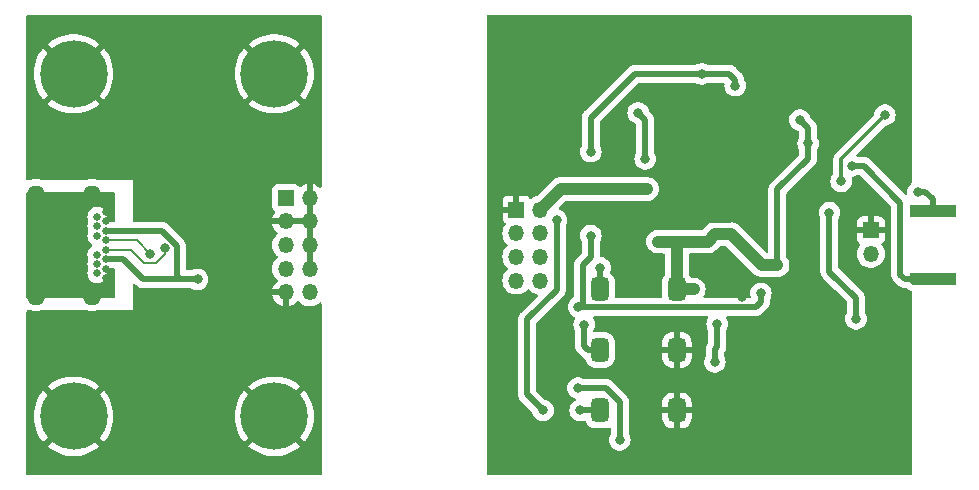
<source format=gbr>
%TF.GenerationSoftware,KiCad,Pcbnew,7.0.6-7.0.6~ubuntu22.04.1*%
%TF.CreationDate,2023-09-01T17:27:27+01:00*%
%TF.ProjectId,tec-controller,7465632d-636f-46e7-9472-6f6c6c65722e,rev?*%
%TF.SameCoordinates,Original*%
%TF.FileFunction,Copper,L2,Bot*%
%TF.FilePolarity,Positive*%
%FSLAX46Y46*%
G04 Gerber Fmt 4.6, Leading zero omitted, Abs format (unit mm)*
G04 Created by KiCad (PCBNEW 7.0.6-7.0.6~ubuntu22.04.1) date 2023-09-01 17:27:27*
%MOMM*%
%LPD*%
G01*
G04 APERTURE LIST*
G04 Aperture macros list*
%AMRoundRect*
0 Rectangle with rounded corners*
0 $1 Rounding radius*
0 $2 $3 $4 $5 $6 $7 $8 $9 X,Y pos of 4 corners*
0 Add a 4 corners polygon primitive as box body*
4,1,4,$2,$3,$4,$5,$6,$7,$8,$9,$2,$3,0*
0 Add four circle primitives for the rounded corners*
1,1,$1+$1,$2,$3*
1,1,$1+$1,$4,$5*
1,1,$1+$1,$6,$7*
1,1,$1+$1,$8,$9*
0 Add four rect primitives between the rounded corners*
20,1,$1+$1,$2,$3,$4,$5,0*
20,1,$1+$1,$4,$5,$6,$7,0*
20,1,$1+$1,$6,$7,$8,$9,0*
20,1,$1+$1,$8,$9,$2,$3,0*%
%AMOutline5P*
0 Free polygon, 5 corners , with rotation*
0 The origin of the aperture is its center*
0 number of corners: always 5*
0 $1 to $10 corner X, Y*
0 $11 Rotation angle, in degrees counterclockwise*
0 create outline with 5 corners*
4,1,5,$1,$2,$3,$4,$5,$6,$7,$8,$9,$10,$1,$2,$11*%
%AMOutline6P*
0 Free polygon, 6 corners , with rotation*
0 The origin of the aperture is its center*
0 number of corners: always 6*
0 $1 to $12 corner X, Y*
0 $13 Rotation angle, in degrees counterclockwise*
0 create outline with 6 corners*
4,1,6,$1,$2,$3,$4,$5,$6,$7,$8,$9,$10,$11,$12,$1,$2,$13*%
%AMOutline7P*
0 Free polygon, 7 corners , with rotation*
0 The origin of the aperture is its center*
0 number of corners: always 7*
0 $1 to $14 corner X, Y*
0 $15 Rotation angle, in degrees counterclockwise*
0 create outline with 7 corners*
4,1,7,$1,$2,$3,$4,$5,$6,$7,$8,$9,$10,$11,$12,$13,$14,$1,$2,$15*%
%AMOutline8P*
0 Free polygon, 8 corners , with rotation*
0 The origin of the aperture is its center*
0 number of corners: always 8*
0 $1 to $16 corner X, Y*
0 $17 Rotation angle, in degrees counterclockwise*
0 create outline with 8 corners*
4,1,8,$1,$2,$3,$4,$5,$6,$7,$8,$9,$10,$11,$12,$13,$14,$15,$16,$1,$2,$17*%
G04 Aperture macros list end*
%TA.AperFunction,ComponentPad*%
%ADD10C,3.600000*%
%TD*%
%TA.AperFunction,ConnectorPad*%
%ADD11C,5.700000*%
%TD*%
%TA.AperFunction,ComponentPad*%
%ADD12R,1.350000X1.350000*%
%TD*%
%TA.AperFunction,ComponentPad*%
%ADD13O,1.350000X1.350000*%
%TD*%
%TA.AperFunction,ComponentPad*%
%ADD14C,0.650000*%
%TD*%
%TA.AperFunction,ComponentPad*%
%ADD15O,1.600000X1.600000*%
%TD*%
%TA.AperFunction,SMDPad,CuDef*%
%ADD16Outline5P,-1.930000X0.500000X1.930000X0.500000X1.930000X-0.500000X-1.730000X-0.500000X-1.930000X-0.300000X0.000000*%
%TD*%
%TA.AperFunction,SMDPad,CuDef*%
%ADD17R,3.860000X1.000000*%
%TD*%
%TA.AperFunction,SMDPad,CuDef*%
%ADD18RoundRect,0.375000X0.375000X0.625000X-0.375000X0.625000X-0.375000X-0.625000X0.375000X-0.625000X0*%
%TD*%
%TA.AperFunction,ViaPad*%
%ADD19C,0.800000*%
%TD*%
%TA.AperFunction,Conductor*%
%ADD20C,0.500000*%
%TD*%
%TA.AperFunction,Conductor*%
%ADD21C,0.200000*%
%TD*%
%TA.AperFunction,Conductor*%
%ADD22C,0.300000*%
%TD*%
%TA.AperFunction,Conductor*%
%ADD23C,1.000000*%
%TD*%
G04 APERTURE END LIST*
D10*
%TO.P,H102,1,1*%
%TO.N,GND*%
X115000000Y-85000000D03*
D11*
X115000000Y-85000000D03*
%TD*%
D12*
%TO.P,J101,1,Pin_1*%
%TO.N,GND2*%
X152500000Y-96500000D03*
D13*
%TO.P,J101,2,Pin_2*%
%TO.N,+5V*%
X154500000Y-96500000D03*
%TO.P,J101,3,Pin_3*%
%TO.N,/SHDN*%
X152500000Y-98500000D03*
%TO.P,J101,4,Pin_4*%
%TO.N,+3V3*%
X154500000Y-98500000D03*
%TO.P,J101,5,Pin_5*%
%TO.N,/pulse_duration_down*%
X152500000Y-100500000D03*
%TO.P,J101,6,Pin_6*%
%TO.N,/pulse_duration_save*%
X154500000Y-100500000D03*
%TO.P,J101,7,Pin_7*%
%TO.N,/ITEC*%
X152500000Y-102500000D03*
%TO.P,J101,8,Pin_8*%
%TO.N,/pulse_duration_up*%
X154500000Y-102500000D03*
%TD*%
D10*
%TO.P,H104,1,1*%
%TO.N,GND*%
X132000000Y-85000000D03*
D11*
X132000000Y-85000000D03*
%TD*%
D14*
%TO.P,J202,B1,GND*%
%TO.N,/USB_Interface/Shield*%
X117710000Y-102300000D03*
%TO.P,J202,B2,TX2+*%
%TO.N,unconnected-(J202-TX2+-PadB2)*%
X117010000Y-101900000D03*
%TO.P,J202,B3,TX2-*%
%TO.N,unconnected-(J202-TX2--PadB3)*%
X117010000Y-101100000D03*
%TO.P,J202,B4,VBUS*%
%TO.N,Net-(U101-VUSB)*%
X117710000Y-100700000D03*
%TO.P,J202,B5,CC2*%
%TO.N,Net-(J202-CC2)*%
X117010000Y-100300000D03*
%TO.P,J202,B6,D+*%
%TO.N,/USB_Interface/D2+*%
X117710000Y-99900000D03*
%TO.P,J202,B7,D-*%
%TO.N,/USB_Interface/D2-*%
X117710000Y-99100000D03*
%TO.P,J202,B8,SBU2*%
%TO.N,unconnected-(J202-SBU2-PadB8)*%
X117010000Y-98700000D03*
%TO.P,J202,B9,VBUS*%
%TO.N,Net-(U101-VUSB)*%
X117710000Y-98300000D03*
%TO.P,J202,B10,RX1-*%
%TO.N,unconnected-(J202-RX1--PadB10)*%
X117010000Y-97900000D03*
%TO.P,J202,B11,RX1+*%
%TO.N,unconnected-(J202-RX1+-PadB11)*%
X117010000Y-97100000D03*
%TO.P,J202,B12,GND*%
%TO.N,/USB_Interface/Shield*%
X117710000Y-96700000D03*
D15*
%TO.P,J202,S1,SHIELD*%
X116560000Y-95230000D03*
X111830000Y-95230000D03*
D14*
X117710000Y-97500000D03*
X117710000Y-101500000D03*
D15*
X116560000Y-103770000D03*
X111830000Y-103770000D03*
%TD*%
D12*
%TO.P,J102,1,Pin_1*%
%TO.N,unconnected-(J102-Pin_1-Pad1)*%
X133000000Y-95500000D03*
D13*
%TO.P,J102,2,Pin_2*%
%TO.N,GND*%
X135000000Y-95500000D03*
%TO.P,J102,3,Pin_3*%
X133000000Y-97500000D03*
%TO.P,J102,4,Pin_4*%
X135000000Y-97500000D03*
%TO.P,J102,5,Pin_5*%
%TO.N,/USB_Interface/USB_D+*%
X133000000Y-99500000D03*
%TO.P,J102,6,Pin_6*%
%TO.N,GND*%
X135000000Y-99500000D03*
%TO.P,J102,7,Pin_7*%
%TO.N,/USB_Interface/USB_D-*%
X133000000Y-101500000D03*
%TO.P,J102,8,Pin_8*%
%TO.N,GND*%
X135000000Y-101500000D03*
%TO.P,J102,9,Pin_9*%
X133000000Y-103500000D03*
%TO.P,J102,10,Pin_10*%
%TO.N,VBUS*%
X135000000Y-103500000D03*
%TD*%
D12*
%TO.P,J201,1,Pin_1*%
%TO.N,GND2*%
X182500000Y-98250000D03*
D13*
%TO.P,J201,2,Pin_2*%
%TO.N,Net-(J201-Pin_2)*%
X182500000Y-100250000D03*
%TD*%
D10*
%TO.P,H101,1,1*%
%TO.N,GND*%
X115000000Y-114000000D03*
D11*
X115000000Y-114000000D03*
%TD*%
D10*
%TO.P,H103,1,1*%
%TO.N,GND*%
X132000000Y-114000000D03*
D11*
X132000000Y-114000000D03*
%TD*%
D16*
%TO.P,PE1,1*%
%TO.N,Net-(U1-OS1)*%
X187750000Y-102360000D03*
D17*
%TO.P,PE1,2*%
%TO.N,Net-(U1-OS2)*%
X187750000Y-96640000D03*
%TD*%
D18*
%TO.P,SW103,1,1*%
%TO.N,GND2*%
X166075596Y-113500000D03*
%TO.P,SW103,2,2*%
%TO.N,/pulse_duration_down*%
X159575596Y-113500000D03*
%TD*%
%TO.P,SW102,1,1*%
%TO.N,GND2*%
X166075596Y-108380000D03*
%TO.P,SW102,2,2*%
%TO.N,/pulse_duration_up*%
X159575596Y-108380000D03*
%TD*%
%TO.P,SW101,1,1*%
%TO.N,+5V*%
X166075596Y-103260000D03*
%TO.P,SW101,2,2*%
%TO.N,/pulse_duration_save*%
X159575596Y-103260000D03*
%TD*%
D19*
%TO.N,Net-(U1-OS2)*%
X186500000Y-95000000D03*
%TO.N,GND2*%
X157000000Y-84000000D03*
X170000000Y-117750000D03*
X151750000Y-117750000D03*
X172250000Y-81000000D03*
X152600000Y-91600000D03*
X163250000Y-113250000D03*
X153500000Y-94000000D03*
X173800000Y-85800000D03*
X183000000Y-112500000D03*
X178500000Y-81000000D03*
X185500000Y-104250000D03*
X184750000Y-113750000D03*
X151750000Y-115500000D03*
X179000000Y-95250000D03*
X155500000Y-86250000D03*
X183500000Y-117750000D03*
X167250000Y-81000000D03*
X170500000Y-95250000D03*
X176000000Y-95600000D03*
X167100000Y-86400000D03*
X183000000Y-107500000D03*
X167500000Y-110000000D03*
X179500000Y-85500000D03*
X173000000Y-95600000D03*
X171750000Y-84000000D03*
X184250000Y-110250000D03*
X164250000Y-108500000D03*
X151500000Y-111250000D03*
X154250000Y-116250000D03*
X172005517Y-88136525D03*
X150700000Y-99900000D03*
X182000000Y-84000000D03*
X174837500Y-102737500D03*
X171600000Y-103900000D03*
X160500000Y-110300000D03*
X178250000Y-107250000D03*
X184500000Y-91000000D03*
X153500000Y-81000000D03*
X150750000Y-81000000D03*
X163750000Y-83750000D03*
X159000000Y-117750000D03*
X185000000Y-116000000D03*
X185250000Y-81000000D03*
X164250000Y-117750000D03*
X168600000Y-95400000D03*
X152500000Y-83000000D03*
X183000000Y-104750000D03*
X185250000Y-87000000D03*
X168400000Y-101600000D03*
X185250000Y-83000000D03*
X171000000Y-101500000D03*
X160750000Y-96750000D03*
X176500000Y-117750000D03*
X161100000Y-100500000D03*
X170100000Y-100300000D03*
X173500000Y-84000000D03*
X176500000Y-84250000D03*
X160000000Y-81000000D03*
X155400000Y-107500000D03*
X180000000Y-116000000D03*
X174750000Y-90850000D03*
X150750000Y-85000000D03*
X165250000Y-86250000D03*
%TO.N,/USB_Interface/D2+*%
X122750000Y-99750000D03*
%TO.N,/USB_Interface/D2-*%
X121500000Y-100250000D03*
%TO.N,GND*%
X124625000Y-94125000D03*
%TO.N,Net-(U101-VUSB)*%
X125500000Y-102400000D03*
%TO.N,/REF*%
X173200000Y-103600000D03*
X158800000Y-98700000D03*
X158800000Y-91600000D03*
X157750000Y-104750000D03*
X168200000Y-85000000D03*
X171025000Y-86000000D03*
%TO.N,Net-(U103B-+)*%
X163400000Y-92200000D03*
X162800000Y-88300000D03*
%TO.N,Net-(U1-OS1)*%
X180900000Y-92800000D03*
%TO.N,Net-(R112-Pad2)*%
X155900000Y-97400000D03*
X154750000Y-113500000D03*
%TO.N,/SHDN*%
X183700000Y-88500000D03*
X180000000Y-94100000D03*
%TO.N,/pulse_duration_save*%
X159580025Y-101419975D03*
%TO.N,/pulse_duration_up*%
X158230000Y-106230000D03*
%TO.N,/pulse_duration_down*%
X157900000Y-113500000D03*
%TO.N,+5V*%
X169500000Y-106200000D03*
X164500000Y-99200000D03*
X176500000Y-88900000D03*
X169300000Y-109400000D03*
X174600000Y-101200000D03*
X177200000Y-90900000D03*
X167500000Y-103260000D03*
X163550000Y-94750000D03*
%TO.N,Net-(U1-ITEC)*%
X161250000Y-116000000D03*
X181250000Y-105750000D03*
X157700000Y-111600000D03*
X179000000Y-96750000D03*
%TD*%
D20*
%TO.N,Net-(U1-OS2)*%
X187125000Y-95000000D02*
X187750000Y-95625000D01*
X186500000Y-95000000D02*
X187125000Y-95000000D01*
X187750000Y-95625000D02*
X187750000Y-96640000D01*
D21*
%TO.N,/USB_Interface/D2+*%
X122000000Y-101000000D02*
X121000000Y-101000000D01*
X121000000Y-101000000D02*
X119900000Y-99900000D01*
X122750000Y-100250000D02*
X122000000Y-101000000D01*
X122750000Y-99750000D02*
X122750000Y-100250000D01*
X119900000Y-99900000D02*
X117710000Y-99900000D01*
%TO.N,/USB_Interface/D2-*%
X120350000Y-99100000D02*
X121500000Y-100250000D01*
X117710000Y-99100000D02*
X120350000Y-99100000D01*
D20*
%TO.N,Net-(U101-VUSB)*%
X123750000Y-99547918D02*
X122502082Y-98300000D01*
X124000000Y-102400000D02*
X123750000Y-102150000D01*
X119200000Y-100700000D02*
X120900000Y-102400000D01*
X123750000Y-102150000D02*
X123750000Y-99547918D01*
X117710000Y-100700000D02*
X119200000Y-100700000D01*
X120900000Y-102400000D02*
X124000000Y-102400000D01*
X124000000Y-102400000D02*
X125500000Y-102400000D01*
X122502082Y-98300000D02*
X117710000Y-98300000D01*
%TO.N,/REF*%
X158800000Y-100500000D02*
X158800000Y-98700000D01*
X157750000Y-104750000D02*
X158100000Y-104400000D01*
X171025000Y-85485000D02*
X170540000Y-85000000D01*
X172750000Y-104750000D02*
X173200000Y-104300000D01*
X170540000Y-85000000D02*
X162500000Y-85000000D01*
X162500000Y-85000000D02*
X158800000Y-88700000D01*
X158100000Y-104400000D02*
X158100000Y-101200000D01*
X158100000Y-101200000D02*
X158800000Y-100500000D01*
X171025000Y-86000000D02*
X171025000Y-85485000D01*
X173200000Y-104300000D02*
X173200000Y-103600000D01*
X158800000Y-88700000D02*
X158800000Y-91600000D01*
X157750000Y-104750000D02*
X172750000Y-104750000D01*
%TO.N,Net-(U103B-+)*%
X163400000Y-92200000D02*
X163400000Y-88900000D01*
X163400000Y-88900000D02*
X162800000Y-88300000D01*
%TO.N,Net-(U1-OS1)*%
X185000000Y-102000000D02*
X185360000Y-102360000D01*
X180900000Y-92800000D02*
X181900000Y-92800000D01*
X181900000Y-92800000D02*
X185000000Y-95900000D01*
X185360000Y-102360000D02*
X187750000Y-102360000D01*
X185000000Y-95900000D02*
X185000000Y-102000000D01*
%TO.N,Net-(R112-Pad2)*%
X153400000Y-112150000D02*
X153400000Y-105800000D01*
X153400000Y-105800000D02*
X155900000Y-103300000D01*
X154750000Y-113500000D02*
X153400000Y-112150000D01*
X155900000Y-103300000D02*
X155900000Y-97400000D01*
D22*
%TO.N,/SHDN*%
X180000000Y-92200000D02*
X183700000Y-88500000D01*
X180000000Y-94100000D02*
X180000000Y-92200000D01*
D20*
%TO.N,/pulse_duration_save*%
X159575596Y-101424404D02*
X159575596Y-103260000D01*
X159580025Y-101419975D02*
X159575596Y-101424404D01*
%TO.N,/pulse_duration_up*%
X158580000Y-108380000D02*
X159575596Y-108380000D01*
X158230000Y-106230000D02*
X158230000Y-108030000D01*
X158230000Y-108030000D02*
X158580000Y-108380000D01*
%TO.N,/pulse_duration_down*%
X157900000Y-113500000D02*
X159575596Y-113500000D01*
%TO.N,+5V*%
X169300000Y-108300000D02*
X169500000Y-108100000D01*
X177200000Y-90900000D02*
X177200000Y-92175000D01*
D23*
X154500000Y-96500000D02*
X156250000Y-94750000D01*
D20*
X177200000Y-89600000D02*
X177200000Y-90900000D01*
D23*
X156250000Y-94750000D02*
X163550000Y-94750000D01*
X164500000Y-99200000D02*
X168700000Y-99200000D01*
D20*
X169300000Y-109400000D02*
X169300000Y-108300000D01*
X169500000Y-108100000D02*
X169500000Y-106200000D01*
D23*
X166075596Y-103260000D02*
X166075596Y-99224404D01*
D20*
X177200000Y-92175000D02*
X174600000Y-94775000D01*
D23*
X173300000Y-101200000D02*
X174600000Y-101200000D01*
D20*
X176500000Y-88900000D02*
X177200000Y-89600000D01*
D23*
X167500000Y-103260000D02*
X166075596Y-103260000D01*
X170700000Y-98600000D02*
X173300000Y-101200000D01*
D20*
X174600000Y-94775000D02*
X174600000Y-101200000D01*
D23*
X168700000Y-99200000D02*
X169300000Y-98600000D01*
X169300000Y-98600000D02*
X170700000Y-98600000D01*
D20*
%TO.N,Net-(U1-ITEC)*%
X160100000Y-111600000D02*
X161250000Y-112750000D01*
X181250000Y-104000000D02*
X179000000Y-101750000D01*
X161250000Y-112750000D02*
X161250000Y-116000000D01*
X181250000Y-105750000D02*
X181250000Y-104000000D01*
X157700000Y-111600000D02*
X160100000Y-111600000D01*
X179000000Y-101750000D02*
X179000000Y-96750000D01*
%TD*%
%TA.AperFunction,Conductor*%
%TO.N,GND2*%
G36*
X185943039Y-80020185D02*
G01*
X185988794Y-80072989D01*
X186000000Y-80124500D01*
X186000000Y-94177122D01*
X185980315Y-94244161D01*
X185948886Y-94277439D01*
X185888750Y-94321131D01*
X185888746Y-94321134D01*
X185760959Y-94463057D01*
X185665473Y-94628443D01*
X185665470Y-94628450D01*
X185606459Y-94810068D01*
X185606458Y-94810072D01*
X185586496Y-95000000D01*
X185594221Y-95073503D01*
X185598496Y-95114170D01*
X185585927Y-95182899D01*
X185538194Y-95233923D01*
X185470454Y-95251041D01*
X185404213Y-95228819D01*
X185387494Y-95214812D01*
X182481804Y-92309123D01*
X182470022Y-92295490D01*
X182455472Y-92275946D01*
X182455471Y-92275945D01*
X182455469Y-92275942D01*
X182454595Y-92275208D01*
X182414987Y-92241972D01*
X182410998Y-92238317D01*
X182405102Y-92232421D01*
X182405101Y-92232420D01*
X182379103Y-92211863D01*
X182319640Y-92161968D01*
X182319635Y-92161965D01*
X182313605Y-92157999D01*
X182313630Y-92157959D01*
X182307069Y-92153779D01*
X182307045Y-92153820D01*
X182300904Y-92150031D01*
X182230540Y-92117220D01*
X182161185Y-92082389D01*
X182154401Y-92079920D01*
X182154416Y-92079876D01*
X182147071Y-92077322D01*
X182147057Y-92077367D01*
X182140205Y-92075096D01*
X182097695Y-92066319D01*
X182064149Y-92059392D01*
X181988656Y-92041500D01*
X181988654Y-92041500D01*
X181988646Y-92041498D01*
X181981482Y-92040661D01*
X181981487Y-92040612D01*
X181973757Y-92039822D01*
X181973753Y-92039870D01*
X181966562Y-92039240D01*
X181888920Y-92041500D01*
X181441937Y-92041500D01*
X181374898Y-92021815D01*
X181369051Y-92017818D01*
X181356748Y-92008879D01*
X181351122Y-92005631D01*
X181352131Y-92003881D01*
X181306166Y-91964812D01*
X181285844Y-91897963D01*
X181304889Y-91830739D01*
X181322152Y-91809106D01*
X183686440Y-89444819D01*
X183747764Y-89411334D01*
X183774122Y-89408500D01*
X183795487Y-89408500D01*
X183982288Y-89368794D01*
X184156752Y-89291118D01*
X184311253Y-89178866D01*
X184439040Y-89036944D01*
X184534527Y-88871556D01*
X184593542Y-88689928D01*
X184613504Y-88500000D01*
X184593542Y-88310072D01*
X184534527Y-88128444D01*
X184439040Y-87963056D01*
X184311253Y-87821134D01*
X184156752Y-87708882D01*
X183982288Y-87631206D01*
X183982286Y-87631205D01*
X183795487Y-87591500D01*
X183604513Y-87591500D01*
X183417714Y-87631205D01*
X183243246Y-87708883D01*
X183088745Y-87821135D01*
X182960959Y-87963057D01*
X182865473Y-88128443D01*
X182865470Y-88128450D01*
X182806459Y-88310067D01*
X182806458Y-88310070D01*
X182793171Y-88436489D01*
X182766586Y-88501104D01*
X182757531Y-88511208D01*
X179595453Y-91673285D01*
X179582785Y-91683435D01*
X179582931Y-91683611D01*
X179576920Y-91688583D01*
X179527053Y-91741686D01*
X179505072Y-91763667D01*
X179500492Y-91769569D01*
X179496708Y-91773998D01*
X179463029Y-91809865D01*
X179463024Y-91809872D01*
X179452618Y-91828800D01*
X179441942Y-91845054D01*
X179428695Y-91862133D01*
X179409150Y-91907297D01*
X179406580Y-91912543D01*
X179382876Y-91955661D01*
X179377502Y-91976589D01*
X179371203Y-91994987D01*
X179362619Y-92014825D01*
X179354923Y-92063420D01*
X179353738Y-92069143D01*
X179341500Y-92116809D01*
X179341500Y-92138413D01*
X179339974Y-92157808D01*
X179336594Y-92179151D01*
X179341225Y-92228143D01*
X179341500Y-92233981D01*
X179341500Y-93426008D01*
X179321815Y-93493047D01*
X179309650Y-93508980D01*
X179260959Y-93563057D01*
X179165473Y-93728443D01*
X179165470Y-93728450D01*
X179106460Y-93910066D01*
X179106458Y-93910072D01*
X179086496Y-94100000D01*
X179106458Y-94289928D01*
X179106459Y-94289931D01*
X179165470Y-94471549D01*
X179165473Y-94471556D01*
X179260960Y-94636944D01*
X179388747Y-94778866D01*
X179543248Y-94891118D01*
X179717712Y-94968794D01*
X179904513Y-95008500D01*
X180095487Y-95008500D01*
X180282288Y-94968794D01*
X180456752Y-94891118D01*
X180611253Y-94778866D01*
X180739040Y-94636944D01*
X180834527Y-94471556D01*
X180893542Y-94289928D01*
X180913504Y-94100000D01*
X180893542Y-93910072D01*
X180892674Y-93907401D01*
X180880788Y-93870817D01*
X180878793Y-93800976D01*
X180914874Y-93741143D01*
X180977575Y-93710316D01*
X180989035Y-93709331D01*
X180989020Y-93709180D01*
X180995486Y-93708500D01*
X180995487Y-93708500D01*
X181182288Y-93668794D01*
X181356752Y-93591118D01*
X181369051Y-93582181D01*
X181434858Y-93558702D01*
X181441937Y-93558500D01*
X181534457Y-93558500D01*
X181601496Y-93578185D01*
X181622138Y-93594819D01*
X184205181Y-96177861D01*
X184238666Y-96239184D01*
X184241500Y-96265542D01*
X184241500Y-101935706D01*
X184240191Y-101953676D01*
X184236658Y-101977791D01*
X184241264Y-102030420D01*
X184241500Y-102035827D01*
X184241500Y-102044180D01*
X184244064Y-102066123D01*
X184245347Y-102077096D01*
X184252112Y-102154427D01*
X184253572Y-102161494D01*
X184253526Y-102161503D01*
X184255209Y-102169094D01*
X184255254Y-102169084D01*
X184256919Y-102176110D01*
X184278478Y-102235342D01*
X184283473Y-102249065D01*
X184294254Y-102281601D01*
X184307886Y-102322737D01*
X184310940Y-102329286D01*
X184310896Y-102329306D01*
X184314284Y-102336304D01*
X184314327Y-102336283D01*
X184317568Y-102342737D01*
X184360232Y-102407604D01*
X184385541Y-102448636D01*
X184400970Y-102473651D01*
X184400972Y-102473653D01*
X184405451Y-102479318D01*
X184405413Y-102479347D01*
X184410320Y-102485372D01*
X184410357Y-102485342D01*
X184415002Y-102490878D01*
X184471482Y-102544163D01*
X184778196Y-102850877D01*
X184789977Y-102864509D01*
X184804531Y-102884058D01*
X184845012Y-102918025D01*
X184848986Y-102921667D01*
X184854900Y-102927581D01*
X184880895Y-102948135D01*
X184940360Y-102998032D01*
X184940361Y-102998032D01*
X184940363Y-102998034D01*
X184946396Y-103002002D01*
X184946370Y-103002041D01*
X184952927Y-103006218D01*
X184952953Y-103006178D01*
X184959091Y-103009964D01*
X184959095Y-103009967D01*
X185029452Y-103042775D01*
X185098812Y-103077609D01*
X185098818Y-103077610D01*
X185105606Y-103080082D01*
X185105589Y-103080128D01*
X185112924Y-103082677D01*
X185112940Y-103082632D01*
X185119789Y-103084902D01*
X185119794Y-103084903D01*
X185195850Y-103100607D01*
X185256603Y-103115006D01*
X185271339Y-103118499D01*
X185271340Y-103118499D01*
X185271344Y-103118500D01*
X185271348Y-103118500D01*
X185278517Y-103119338D01*
X185278511Y-103119386D01*
X185286242Y-103120177D01*
X185286247Y-103120130D01*
X185293437Y-103120759D01*
X185293441Y-103120758D01*
X185293442Y-103120759D01*
X185371080Y-103118500D01*
X185508011Y-103118500D01*
X185575050Y-103138185D01*
X185595688Y-103154815D01*
X185689876Y-103249002D01*
X185757860Y-103301815D01*
X185892952Y-103357771D01*
X185892955Y-103357771D01*
X185900988Y-103359898D01*
X185900552Y-103361544D01*
X185955507Y-103385459D01*
X185994331Y-103443550D01*
X186000000Y-103480615D01*
X186000000Y-118875500D01*
X185980315Y-118942539D01*
X185927511Y-118988294D01*
X185876000Y-118999500D01*
X150124500Y-118999500D01*
X150057461Y-118979815D01*
X150011706Y-118927011D01*
X150000500Y-118875500D01*
X150000500Y-102500000D01*
X151311430Y-102500000D01*
X151331667Y-102718396D01*
X151391691Y-102929363D01*
X151489453Y-103125695D01*
X151489458Y-103125703D01*
X151511445Y-103154818D01*
X151612714Y-103288920D01*
X151621637Y-103300735D01*
X151675666Y-103349988D01*
X151783727Y-103448499D01*
X151909459Y-103526349D01*
X151965725Y-103561188D01*
X151970209Y-103563964D01*
X152174732Y-103643197D01*
X152390333Y-103683500D01*
X152390335Y-103683500D01*
X152609665Y-103683500D01*
X152609667Y-103683500D01*
X152825268Y-103643197D01*
X153029791Y-103563964D01*
X153216273Y-103448499D01*
X153378364Y-103300734D01*
X153401046Y-103270697D01*
X153457152Y-103229063D01*
X153526864Y-103224370D01*
X153588046Y-103258111D01*
X153598952Y-103270697D01*
X153621636Y-103300734D01*
X153621636Y-103300735D01*
X153710219Y-103381488D01*
X153783727Y-103448499D01*
X153909459Y-103526349D01*
X153965725Y-103561188D01*
X153970209Y-103563964D01*
X154174732Y-103643197D01*
X154204156Y-103648697D01*
X154266435Y-103680363D01*
X154301709Y-103740674D01*
X154298777Y-103810482D01*
X154269052Y-103858266D01*
X152909122Y-105218195D01*
X152895495Y-105229973D01*
X152875941Y-105244531D01*
X152841977Y-105285006D01*
X152838330Y-105288987D01*
X152832418Y-105294900D01*
X152811863Y-105320896D01*
X152761967Y-105380360D01*
X152758001Y-105386391D01*
X152757963Y-105386366D01*
X152753782Y-105392928D01*
X152753821Y-105392952D01*
X152750032Y-105399094D01*
X152717220Y-105469459D01*
X152682391Y-105538810D01*
X152679923Y-105545593D01*
X152679878Y-105545576D01*
X152677322Y-105552932D01*
X152677366Y-105552947D01*
X152675096Y-105559795D01*
X152667244Y-105597821D01*
X152659392Y-105635850D01*
X152647025Y-105688029D01*
X152641498Y-105711351D01*
X152640661Y-105718519D01*
X152640613Y-105718513D01*
X152639823Y-105726244D01*
X152639870Y-105726249D01*
X152639240Y-105733438D01*
X152641500Y-105811079D01*
X152641500Y-112085706D01*
X152640191Y-112103676D01*
X152636658Y-112127791D01*
X152641264Y-112180420D01*
X152641500Y-112185827D01*
X152641500Y-112194178D01*
X152645347Y-112227096D01*
X152652112Y-112304427D01*
X152653572Y-112311494D01*
X152653526Y-112311503D01*
X152655209Y-112319094D01*
X152655254Y-112319084D01*
X152656919Y-112326110D01*
X152683473Y-112399065D01*
X152707886Y-112472737D01*
X152710940Y-112479286D01*
X152710896Y-112479306D01*
X152714284Y-112486304D01*
X152714327Y-112486283D01*
X152717568Y-112492737D01*
X152760232Y-112557604D01*
X152774610Y-112580914D01*
X152800970Y-112623651D01*
X152800972Y-112623653D01*
X152805451Y-112629318D01*
X152805413Y-112629347D01*
X152810320Y-112635372D01*
X152810357Y-112635342D01*
X152815002Y-112640878D01*
X152871482Y-112694163D01*
X153830213Y-113652894D01*
X153860463Y-113702256D01*
X153915471Y-113871552D01*
X153915473Y-113871556D01*
X154010960Y-114036944D01*
X154138747Y-114178866D01*
X154293248Y-114291118D01*
X154467712Y-114368794D01*
X154654513Y-114408500D01*
X154845487Y-114408500D01*
X155032288Y-114368794D01*
X155206752Y-114291118D01*
X155361253Y-114178866D01*
X155489040Y-114036944D01*
X155584527Y-113871556D01*
X155643542Y-113689928D01*
X155663504Y-113500000D01*
X155643542Y-113310072D01*
X155584527Y-113128444D01*
X155489040Y-112963056D01*
X155361253Y-112821134D01*
X155206752Y-112708882D01*
X155041578Y-112635342D01*
X155032286Y-112631205D01*
X154968648Y-112617678D01*
X154907167Y-112584484D01*
X154906750Y-112584069D01*
X154194819Y-111872138D01*
X154161334Y-111810815D01*
X154158500Y-111784457D01*
X154158500Y-111600000D01*
X156786496Y-111600000D01*
X156806458Y-111789928D01*
X156806459Y-111789931D01*
X156865470Y-111971549D01*
X156865473Y-111971556D01*
X156960960Y-112136944D01*
X157022990Y-112205835D01*
X157081382Y-112270687D01*
X157088747Y-112278866D01*
X157243248Y-112391118D01*
X157417712Y-112468794D01*
X157426697Y-112470704D01*
X157488178Y-112503895D01*
X157521956Y-112565058D01*
X157517304Y-112634772D01*
X157475701Y-112690905D01*
X157451356Y-112705272D01*
X157443247Y-112708882D01*
X157288745Y-112821135D01*
X157160959Y-112963057D01*
X157065473Y-113128443D01*
X157065470Y-113128450D01*
X157006459Y-113310068D01*
X157006458Y-113310072D01*
X156986496Y-113500000D01*
X157006458Y-113689928D01*
X157006459Y-113689931D01*
X157065470Y-113871549D01*
X157065473Y-113871556D01*
X157160960Y-114036944D01*
X157288747Y-114178866D01*
X157443248Y-114291118D01*
X157617712Y-114368794D01*
X157804513Y-114408500D01*
X157995487Y-114408500D01*
X158182288Y-114368794D01*
X158200610Y-114360636D01*
X158269856Y-114351350D01*
X158333133Y-114380976D01*
X158368640Y-114437394D01*
X158368904Y-114437294D01*
X158369414Y-114438624D01*
X158370349Y-114440109D01*
X158370820Y-114441819D01*
X158371232Y-114443359D01*
X158452272Y-114602408D01*
X158455549Y-114608839D01*
X158572426Y-114753170D01*
X158716757Y-114870047D01*
X158882234Y-114954362D01*
X159061625Y-115002430D01*
X159072934Y-115003320D01*
X159138751Y-115008500D01*
X159138752Y-115008499D01*
X159138753Y-115008500D01*
X159576064Y-115008499D01*
X160012439Y-115008499D01*
X160038147Y-115006476D01*
X160089567Y-115002430D01*
X160268958Y-114954362D01*
X160311206Y-114932835D01*
X160379872Y-114919939D01*
X160444613Y-114946214D01*
X160484871Y-115003320D01*
X160491500Y-115043320D01*
X160491500Y-115463535D01*
X160474888Y-115525534D01*
X160415472Y-115628446D01*
X160415470Y-115628450D01*
X160356459Y-115810068D01*
X160356458Y-115810072D01*
X160336496Y-116000000D01*
X160356458Y-116189928D01*
X160356459Y-116189931D01*
X160415470Y-116371549D01*
X160415473Y-116371556D01*
X160510960Y-116536944D01*
X160638747Y-116678866D01*
X160793248Y-116791118D01*
X160967712Y-116868794D01*
X161154513Y-116908500D01*
X161345487Y-116908500D01*
X161532288Y-116868794D01*
X161706752Y-116791118D01*
X161861253Y-116678866D01*
X161989040Y-116536944D01*
X162084527Y-116371556D01*
X162143542Y-116189928D01*
X162163504Y-116000000D01*
X162143542Y-115810072D01*
X162084527Y-115628444D01*
X162025111Y-115525533D01*
X162008500Y-115463535D01*
X162008500Y-113750000D01*
X164825596Y-113750000D01*
X164825596Y-114201099D01*
X164828493Y-114243824D01*
X164874427Y-114428523D01*
X164958986Y-114599022D01*
X164958988Y-114599025D01*
X165078228Y-114747366D01*
X165078229Y-114747367D01*
X165226570Y-114866607D01*
X165226573Y-114866609D01*
X165397072Y-114951168D01*
X165581771Y-114997102D01*
X165624497Y-115000000D01*
X165825596Y-115000000D01*
X165825596Y-113750000D01*
X166325596Y-113750000D01*
X166325596Y-115000000D01*
X166526695Y-115000000D01*
X166569420Y-114997102D01*
X166754119Y-114951168D01*
X166924618Y-114866609D01*
X166924621Y-114866607D01*
X167072962Y-114747367D01*
X167072963Y-114747366D01*
X167192203Y-114599025D01*
X167192205Y-114599022D01*
X167276764Y-114428523D01*
X167322698Y-114243824D01*
X167325596Y-114201099D01*
X167325596Y-113750000D01*
X166325596Y-113750000D01*
X165825596Y-113750000D01*
X164825596Y-113750000D01*
X162008500Y-113750000D01*
X162008500Y-113250000D01*
X164825596Y-113250000D01*
X165825596Y-113250000D01*
X165825596Y-112000000D01*
X166325596Y-112000000D01*
X166325596Y-113250000D01*
X167325596Y-113250000D01*
X167325596Y-112798901D01*
X167322698Y-112756175D01*
X167276764Y-112571476D01*
X167192205Y-112400977D01*
X167192203Y-112400974D01*
X167072963Y-112252633D01*
X167072962Y-112252632D01*
X166924621Y-112133392D01*
X166924618Y-112133390D01*
X166754119Y-112048831D01*
X166569420Y-112002897D01*
X166526695Y-112000000D01*
X166325596Y-112000000D01*
X165825596Y-112000000D01*
X165624497Y-112000000D01*
X165581771Y-112002897D01*
X165397072Y-112048831D01*
X165226573Y-112133390D01*
X165226570Y-112133392D01*
X165078229Y-112252632D01*
X165078228Y-112252633D01*
X164958988Y-112400974D01*
X164958986Y-112400977D01*
X164874427Y-112571476D01*
X164828493Y-112756175D01*
X164825596Y-112798901D01*
X164825596Y-113250000D01*
X162008500Y-113250000D01*
X162008500Y-112814294D01*
X162009809Y-112796324D01*
X162013341Y-112772208D01*
X162008736Y-112719579D01*
X162008500Y-112714172D01*
X162008500Y-112705824D01*
X162008499Y-112705813D01*
X162004652Y-112672903D01*
X162001004Y-112631205D01*
X161997887Y-112595574D01*
X161997885Y-112595570D01*
X161996427Y-112588503D01*
X161996473Y-112588493D01*
X161994790Y-112580902D01*
X161994744Y-112580914D01*
X161993080Y-112573895D01*
X161993079Y-112573887D01*
X161966526Y-112500934D01*
X161942114Y-112427262D01*
X161942113Y-112427260D01*
X161939061Y-112420715D01*
X161939105Y-112420694D01*
X161935717Y-112413695D01*
X161935674Y-112413717D01*
X161932436Y-112407269D01*
X161889766Y-112342394D01*
X161849030Y-112276349D01*
X161844553Y-112270687D01*
X161844590Y-112270656D01*
X161839681Y-112264629D01*
X161839645Y-112264660D01*
X161835005Y-112259131D01*
X161835003Y-112259129D01*
X161835001Y-112259126D01*
X161801050Y-112227095D01*
X161778517Y-112205835D01*
X160681804Y-111109123D01*
X160670022Y-111095490D01*
X160655472Y-111075946D01*
X160655471Y-111075945D01*
X160655469Y-111075942D01*
X160654595Y-111075208D01*
X160614987Y-111041972D01*
X160610998Y-111038317D01*
X160605102Y-111032421D01*
X160605101Y-111032420D01*
X160579103Y-111011863D01*
X160519640Y-110961968D01*
X160519635Y-110961965D01*
X160513605Y-110957999D01*
X160513630Y-110957959D01*
X160507069Y-110953779D01*
X160507045Y-110953820D01*
X160500904Y-110950031D01*
X160430540Y-110917220D01*
X160361185Y-110882389D01*
X160354401Y-110879920D01*
X160354416Y-110879876D01*
X160347071Y-110877322D01*
X160347057Y-110877367D01*
X160340205Y-110875096D01*
X160302177Y-110867244D01*
X160264149Y-110859392D01*
X160188656Y-110841500D01*
X160188654Y-110841500D01*
X160188646Y-110841498D01*
X160181482Y-110840661D01*
X160181487Y-110840612D01*
X160173757Y-110839822D01*
X160173753Y-110839870D01*
X160166562Y-110839240D01*
X160088920Y-110841500D01*
X158241937Y-110841500D01*
X158174898Y-110821815D01*
X158169051Y-110817818D01*
X158156750Y-110808880D01*
X158022807Y-110749246D01*
X157982288Y-110731206D01*
X157982286Y-110731205D01*
X157795487Y-110691500D01*
X157604513Y-110691500D01*
X157417714Y-110731205D01*
X157417711Y-110731206D01*
X157417712Y-110731206D01*
X157243253Y-110808880D01*
X157243246Y-110808883D01*
X157088745Y-110921135D01*
X156960959Y-111063057D01*
X156865473Y-111228443D01*
X156865470Y-111228450D01*
X156806459Y-111410068D01*
X156806458Y-111410072D01*
X156786496Y-111600000D01*
X154158500Y-111600000D01*
X154158500Y-106165542D01*
X154178185Y-106098503D01*
X154194814Y-106077866D01*
X155522679Y-104750000D01*
X156836496Y-104750000D01*
X156856458Y-104939928D01*
X156856459Y-104939931D01*
X156915470Y-105121549D01*
X156915473Y-105121556D01*
X157010960Y-105286944D01*
X157138747Y-105428866D01*
X157293248Y-105541118D01*
X157394504Y-105586199D01*
X157447741Y-105631450D01*
X157468062Y-105698299D01*
X157451456Y-105761478D01*
X157395472Y-105858446D01*
X157395470Y-105858450D01*
X157336459Y-106040068D01*
X157336458Y-106040072D01*
X157316496Y-106230000D01*
X157336458Y-106419928D01*
X157336459Y-106419931D01*
X157395470Y-106601549D01*
X157395473Y-106601556D01*
X157454179Y-106703238D01*
X157454887Y-106704463D01*
X157471500Y-106766463D01*
X157471500Y-107965706D01*
X157470191Y-107983676D01*
X157466658Y-108007791D01*
X157471264Y-108060420D01*
X157471500Y-108065827D01*
X157471500Y-108074178D01*
X157475347Y-108107096D01*
X157482112Y-108184427D01*
X157483572Y-108191494D01*
X157483526Y-108191503D01*
X157485209Y-108199094D01*
X157485254Y-108199084D01*
X157486919Y-108206110D01*
X157508044Y-108264149D01*
X157513473Y-108279065D01*
X157537087Y-108350328D01*
X157537886Y-108352737D01*
X157540940Y-108359286D01*
X157540896Y-108359306D01*
X157544284Y-108366304D01*
X157544327Y-108366283D01*
X157547563Y-108372728D01*
X157547565Y-108372732D01*
X157590233Y-108437605D01*
X157630970Y-108503651D01*
X157630972Y-108503653D01*
X157635451Y-108509318D01*
X157635413Y-108509347D01*
X157640320Y-108515372D01*
X157640357Y-108515342D01*
X157645002Y-108520878D01*
X157701482Y-108574163D01*
X157998196Y-108870877D01*
X158009978Y-108884510D01*
X158019098Y-108896761D01*
X158024531Y-108904058D01*
X158065012Y-108938025D01*
X158068986Y-108941667D01*
X158074900Y-108947581D01*
X158100895Y-108968135D01*
X158160360Y-109018032D01*
X158160361Y-109018032D01*
X158160363Y-109018034D01*
X158166396Y-109022002D01*
X158166370Y-109022041D01*
X158172927Y-109026218D01*
X158172953Y-109026178D01*
X158179091Y-109029964D01*
X158179095Y-109029967D01*
X158249452Y-109062775D01*
X158259763Y-109067953D01*
X158310839Y-109115630D01*
X158323890Y-109146672D01*
X158367257Y-109308523D01*
X158371234Y-109323362D01*
X158455549Y-109488839D01*
X158572426Y-109633170D01*
X158716757Y-109750047D01*
X158882234Y-109834362D01*
X159061625Y-109882430D01*
X159087334Y-109884453D01*
X159138751Y-109888500D01*
X159138752Y-109888499D01*
X159138753Y-109888500D01*
X159571968Y-109888499D01*
X160012439Y-109888499D01*
X160038147Y-109886476D01*
X160089567Y-109882430D01*
X160268958Y-109834362D01*
X160434435Y-109750047D01*
X160578766Y-109633170D01*
X160695643Y-109488839D01*
X160779958Y-109323362D01*
X160828026Y-109143971D01*
X160834096Y-109066843D01*
X160834096Y-108630000D01*
X164825596Y-108630000D01*
X164825596Y-109081099D01*
X164828493Y-109123824D01*
X164874427Y-109308523D01*
X164958986Y-109479022D01*
X164958988Y-109479025D01*
X165078228Y-109627366D01*
X165078229Y-109627367D01*
X165226570Y-109746607D01*
X165226573Y-109746609D01*
X165397072Y-109831168D01*
X165581771Y-109877102D01*
X165624497Y-109880000D01*
X165825596Y-109880000D01*
X165825596Y-108630000D01*
X166325596Y-108630000D01*
X166325596Y-109880000D01*
X166526695Y-109880000D01*
X166569420Y-109877102D01*
X166754119Y-109831168D01*
X166924618Y-109746609D01*
X166924621Y-109746607D01*
X167072962Y-109627367D01*
X167072963Y-109627366D01*
X167192203Y-109479025D01*
X167192205Y-109479022D01*
X167276764Y-109308523D01*
X167322698Y-109123824D01*
X167325596Y-109081099D01*
X167325596Y-108630000D01*
X166325596Y-108630000D01*
X165825596Y-108630000D01*
X164825596Y-108630000D01*
X160834096Y-108630000D01*
X160834095Y-108130000D01*
X164825596Y-108130000D01*
X165825596Y-108130000D01*
X165825596Y-106880000D01*
X166325596Y-106880000D01*
X166325596Y-108130000D01*
X167325596Y-108130000D01*
X167325596Y-107678901D01*
X167322698Y-107636175D01*
X167276764Y-107451476D01*
X167192205Y-107280977D01*
X167192203Y-107280974D01*
X167072963Y-107132633D01*
X167072962Y-107132632D01*
X166924621Y-107013392D01*
X166924618Y-107013390D01*
X166754119Y-106928831D01*
X166569420Y-106882897D01*
X166526695Y-106880000D01*
X166325596Y-106880000D01*
X165825596Y-106880000D01*
X165624497Y-106880000D01*
X165581771Y-106882897D01*
X165397072Y-106928831D01*
X165226573Y-107013390D01*
X165226570Y-107013392D01*
X165078229Y-107132632D01*
X165078228Y-107132633D01*
X164958988Y-107280974D01*
X164958986Y-107280977D01*
X164874427Y-107451476D01*
X164828493Y-107636175D01*
X164825596Y-107678901D01*
X164825596Y-108130000D01*
X160834095Y-108130000D01*
X160834095Y-107693158D01*
X160828026Y-107616029D01*
X160779958Y-107436638D01*
X160695643Y-107271161D01*
X160578766Y-107126830D01*
X160434435Y-107009953D01*
X160268958Y-106925638D01*
X160268957Y-106925637D01*
X160268956Y-106925637D01*
X160089565Y-106877569D01*
X160012441Y-106871500D01*
X160012439Y-106871500D01*
X159576064Y-106871500D01*
X159138752Y-106871501D01*
X159132677Y-106871979D01*
X159064300Y-106857613D01*
X159014544Y-106808561D01*
X158999207Y-106740395D01*
X159015563Y-106686363D01*
X159064527Y-106601556D01*
X159123542Y-106419928D01*
X159143504Y-106230000D01*
X159123542Y-106040072D01*
X159064527Y-105858444D01*
X158969874Y-105694500D01*
X158953401Y-105626600D01*
X158976254Y-105560573D01*
X159031175Y-105517382D01*
X159077261Y-105508500D01*
X168635419Y-105508500D01*
X168702458Y-105528185D01*
X168748213Y-105580989D01*
X168758157Y-105650147D01*
X168742806Y-105694498D01*
X168733081Y-105711344D01*
X168665473Y-105828443D01*
X168665470Y-105828450D01*
X168629249Y-105939928D01*
X168606458Y-106010072D01*
X168586496Y-106200000D01*
X168606458Y-106389928D01*
X168606459Y-106389931D01*
X168665470Y-106571549D01*
X168665473Y-106571556D01*
X168715670Y-106658500D01*
X168724887Y-106674463D01*
X168741500Y-106736463D01*
X168741500Y-107740313D01*
X168721815Y-107807352D01*
X168714776Y-107817212D01*
X168711869Y-107820889D01*
X168661967Y-107880360D01*
X168658001Y-107886391D01*
X168657963Y-107886366D01*
X168653782Y-107892928D01*
X168653821Y-107892952D01*
X168650032Y-107899094D01*
X168617220Y-107969459D01*
X168582391Y-108038810D01*
X168579923Y-108045593D01*
X168579878Y-108045576D01*
X168577322Y-108052932D01*
X168577366Y-108052947D01*
X168575096Y-108059795D01*
X168572126Y-108074180D01*
X168559392Y-108135850D01*
X168548577Y-108181483D01*
X168541498Y-108211351D01*
X168540661Y-108218519D01*
X168540613Y-108218513D01*
X168539823Y-108226244D01*
X168539870Y-108226249D01*
X168539240Y-108233438D01*
X168541500Y-108311079D01*
X168541500Y-108863535D01*
X168524888Y-108925534D01*
X168465472Y-109028446D01*
X168465470Y-109028450D01*
X168427058Y-109146672D01*
X168406458Y-109210072D01*
X168386496Y-109400000D01*
X168406458Y-109589928D01*
X168406459Y-109589931D01*
X168465470Y-109771549D01*
X168465473Y-109771556D01*
X168560960Y-109936944D01*
X168688747Y-110078866D01*
X168843248Y-110191118D01*
X169017712Y-110268794D01*
X169204513Y-110308500D01*
X169395487Y-110308500D01*
X169582288Y-110268794D01*
X169756752Y-110191118D01*
X169911253Y-110078866D01*
X170039040Y-109936944D01*
X170134527Y-109771556D01*
X170193542Y-109589928D01*
X170213504Y-109400000D01*
X170193542Y-109210072D01*
X170134527Y-109028444D01*
X170075111Y-108925533D01*
X170058500Y-108863535D01*
X170058500Y-108659683D01*
X170078185Y-108592644D01*
X170085224Y-108582785D01*
X170088135Y-108579104D01*
X170138032Y-108519640D01*
X170138033Y-108519637D01*
X170142004Y-108513601D01*
X170142045Y-108513628D01*
X170146219Y-108507076D01*
X170146176Y-108507050D01*
X170149962Y-108500911D01*
X170149967Y-108500905D01*
X170182775Y-108430547D01*
X170217609Y-108361188D01*
X170217610Y-108361182D01*
X170220077Y-108354405D01*
X170220124Y-108354422D01*
X170222675Y-108347083D01*
X170222629Y-108347068D01*
X170224900Y-108340210D01*
X170224903Y-108340206D01*
X170240607Y-108264149D01*
X170258500Y-108188656D01*
X170258500Y-108188653D01*
X170259339Y-108181483D01*
X170259386Y-108181488D01*
X170260177Y-108173757D01*
X170260130Y-108173753D01*
X170260759Y-108166562D01*
X170259865Y-108135850D01*
X170258500Y-108088920D01*
X170258500Y-106736462D01*
X170275113Y-106674463D01*
X170334527Y-106571556D01*
X170393542Y-106389928D01*
X170413504Y-106200000D01*
X170393542Y-106010072D01*
X170334527Y-105828444D01*
X170257193Y-105694499D01*
X170240721Y-105626600D01*
X170263574Y-105560573D01*
X170318495Y-105517382D01*
X170364581Y-105508500D01*
X172685706Y-105508500D01*
X172703676Y-105509809D01*
X172706174Y-105510174D01*
X172727789Y-105513341D01*
X172780426Y-105508735D01*
X172785828Y-105508500D01*
X172794175Y-105508500D01*
X172794180Y-105508500D01*
X172817835Y-105505734D01*
X172827096Y-105504652D01*
X172904419Y-105497888D01*
X172904422Y-105497887D01*
X172904426Y-105497887D01*
X172904429Y-105497885D01*
X172911493Y-105496427D01*
X172911502Y-105496474D01*
X172919097Y-105494790D01*
X172919087Y-105494744D01*
X172926107Y-105493079D01*
X172926113Y-105493079D01*
X172999065Y-105466526D01*
X173072738Y-105442114D01*
X173072746Y-105442108D01*
X173079284Y-105439061D01*
X173079305Y-105439106D01*
X173086302Y-105435719D01*
X173086280Y-105435675D01*
X173092729Y-105432436D01*
X173092728Y-105432436D01*
X173092732Y-105432435D01*
X173157605Y-105389766D01*
X173223651Y-105349030D01*
X173223655Y-105349025D01*
X173229319Y-105344548D01*
X173229350Y-105344587D01*
X173235374Y-105339680D01*
X173235342Y-105339642D01*
X173240864Y-105335007D01*
X173240874Y-105335001D01*
X173278708Y-105294899D01*
X173294163Y-105278518D01*
X173492517Y-105080162D01*
X173690880Y-104881799D01*
X173704506Y-104870023D01*
X173724058Y-104855469D01*
X173758015Y-104815000D01*
X173761675Y-104811005D01*
X173767580Y-104805101D01*
X173788136Y-104779103D01*
X173812557Y-104750000D01*
X173838033Y-104719639D01*
X173842003Y-104713603D01*
X173842043Y-104713629D01*
X173846212Y-104707086D01*
X173846171Y-104707061D01*
X173849964Y-104700911D01*
X173849965Y-104700908D01*
X173849967Y-104700906D01*
X173882773Y-104630552D01*
X173917609Y-104561188D01*
X173917610Y-104561180D01*
X173920079Y-104554400D01*
X173920126Y-104554417D01*
X173922678Y-104547075D01*
X173922631Y-104547060D01*
X173924900Y-104540211D01*
X173924900Y-104540209D01*
X173924902Y-104540206D01*
X173940599Y-104464181D01*
X173958500Y-104388656D01*
X173958500Y-104388654D01*
X173958501Y-104388650D01*
X173959339Y-104381483D01*
X173959386Y-104381488D01*
X173960176Y-104373758D01*
X173960129Y-104373754D01*
X173960758Y-104366563D01*
X173958499Y-104288939D01*
X173958499Y-104213056D01*
X173958499Y-104136459D01*
X173975110Y-104074468D01*
X174034527Y-103971556D01*
X174093542Y-103789928D01*
X174113504Y-103600000D01*
X174093542Y-103410072D01*
X174034527Y-103228444D01*
X173939040Y-103063056D01*
X173811253Y-102921134D01*
X173656752Y-102808882D01*
X173482288Y-102731206D01*
X173482286Y-102731205D01*
X173295487Y-102691500D01*
X173104513Y-102691500D01*
X172917714Y-102731205D01*
X172743246Y-102808883D01*
X172588745Y-102921135D01*
X172460959Y-103063057D01*
X172365473Y-103228443D01*
X172365470Y-103228450D01*
X172306459Y-103410068D01*
X172306458Y-103410072D01*
X172286496Y-103600000D01*
X172305320Y-103779104D01*
X172306459Y-103789933D01*
X172319212Y-103829183D01*
X172321207Y-103899024D01*
X172285126Y-103958857D01*
X172222425Y-103989684D01*
X172201281Y-103991500D01*
X168459414Y-103991500D01*
X168392375Y-103971815D01*
X168346620Y-103919011D01*
X168336676Y-103849853D01*
X168350056Y-103809047D01*
X168436239Y-103647808D01*
X168436239Y-103647807D01*
X168436241Y-103647804D01*
X168493908Y-103457701D01*
X168513380Y-103260000D01*
X168493908Y-103062299D01*
X168436241Y-102872196D01*
X168436239Y-102872193D01*
X168436239Y-102872191D01*
X168342598Y-102697001D01*
X168342594Y-102696994D01*
X168216568Y-102543431D01*
X168063005Y-102417405D01*
X168062998Y-102417401D01*
X167887808Y-102323760D01*
X167748827Y-102281601D01*
X167697701Y-102266092D01*
X167697699Y-102266091D01*
X167697701Y-102266091D01*
X167583336Y-102254827D01*
X167549547Y-102251500D01*
X167549544Y-102251500D01*
X167322756Y-102251500D01*
X167255717Y-102231815D01*
X167212271Y-102183795D01*
X167204775Y-102169084D01*
X167195643Y-102151161D01*
X167111729Y-102047535D01*
X167084838Y-101983049D01*
X167084096Y-101969501D01*
X167084096Y-100332500D01*
X167103781Y-100265461D01*
X167156585Y-100219706D01*
X167208096Y-100208500D01*
X168647402Y-100208500D01*
X168653482Y-100208799D01*
X168667511Y-100210180D01*
X168700000Y-100213380D01*
X168897701Y-100193909D01*
X169087804Y-100136241D01*
X169139704Y-100108500D01*
X169263004Y-100042595D01*
X169416568Y-99916568D01*
X169446238Y-99880413D01*
X169450299Y-99875933D01*
X169681416Y-99644816D01*
X169742738Y-99611334D01*
X169769096Y-99608500D01*
X170230904Y-99608500D01*
X170297943Y-99628185D01*
X170318584Y-99644818D01*
X172549696Y-101875930D01*
X172553776Y-101880432D01*
X172583431Y-101916568D01*
X172698727Y-102011188D01*
X172736993Y-102042593D01*
X172737001Y-102042598D01*
X172912191Y-102136239D01*
X172912193Y-102136239D01*
X172912196Y-102136241D01*
X173102299Y-102193908D01*
X173102298Y-102193908D01*
X173120024Y-102195653D01*
X173300000Y-102213380D01*
X173333922Y-102210038D01*
X173346515Y-102208799D01*
X173352596Y-102208500D01*
X174649544Y-102208500D01*
X174649547Y-102208500D01*
X174797701Y-102193908D01*
X174987804Y-102136241D01*
X175163004Y-102042595D01*
X175316568Y-101916568D01*
X175442595Y-101763004D01*
X175536241Y-101587804D01*
X175593908Y-101397701D01*
X175613380Y-101200000D01*
X175593908Y-101002299D01*
X175536241Y-100812196D01*
X175536239Y-100812193D01*
X175536239Y-100812191D01*
X175442598Y-100637001D01*
X175442594Y-100636994D01*
X175386647Y-100568823D01*
X175359334Y-100504513D01*
X175358500Y-100490158D01*
X175358500Y-96750000D01*
X178086496Y-96750000D01*
X178106458Y-96939928D01*
X178106459Y-96939931D01*
X178165470Y-97121549D01*
X178165473Y-97121556D01*
X178224887Y-97224463D01*
X178241500Y-97286463D01*
X178241499Y-101685706D01*
X178240191Y-101703672D01*
X178236658Y-101727792D01*
X178241264Y-101780420D01*
X178241500Y-101785827D01*
X178241500Y-101794178D01*
X178245347Y-101827096D01*
X178252112Y-101904427D01*
X178253572Y-101911494D01*
X178253526Y-101911503D01*
X178255209Y-101919094D01*
X178255254Y-101919084D01*
X178256919Y-101926110D01*
X178275729Y-101977789D01*
X178283473Y-101999065D01*
X178307190Y-102070639D01*
X178307886Y-102072737D01*
X178310940Y-102079286D01*
X178310896Y-102079306D01*
X178314284Y-102086304D01*
X178314327Y-102086283D01*
X178317568Y-102092737D01*
X178360232Y-102157604D01*
X178376387Y-102183795D01*
X178400970Y-102223651D01*
X178400972Y-102223653D01*
X178405451Y-102229318D01*
X178405413Y-102229347D01*
X178410320Y-102235372D01*
X178410357Y-102235342D01*
X178415002Y-102240878D01*
X178441727Y-102266091D01*
X178471482Y-102294163D01*
X179479134Y-103301815D01*
X180455181Y-104277861D01*
X180488666Y-104339184D01*
X180491500Y-104365542D01*
X180491500Y-105213535D01*
X180474888Y-105275533D01*
X180432454Y-105349033D01*
X180415472Y-105378446D01*
X180415470Y-105378450D01*
X180359362Y-105551134D01*
X180356458Y-105560072D01*
X180336496Y-105750000D01*
X180356458Y-105939928D01*
X180356459Y-105939931D01*
X180415470Y-106121549D01*
X180415473Y-106121556D01*
X180510960Y-106286944D01*
X180638747Y-106428866D01*
X180793248Y-106541118D01*
X180967712Y-106618794D01*
X181154513Y-106658500D01*
X181345487Y-106658500D01*
X181532288Y-106618794D01*
X181706752Y-106541118D01*
X181861253Y-106428866D01*
X181989040Y-106286944D01*
X182084527Y-106121556D01*
X182143542Y-105939928D01*
X182163504Y-105750000D01*
X182143542Y-105560072D01*
X182084527Y-105378444D01*
X182025111Y-105275533D01*
X182008500Y-105213535D01*
X182008500Y-104064294D01*
X182009809Y-104046324D01*
X182013341Y-104022208D01*
X182008909Y-103971551D01*
X182008735Y-103969573D01*
X182008500Y-103964172D01*
X182008500Y-103955824D01*
X182008499Y-103955813D01*
X182007450Y-103946843D01*
X182004652Y-103922904D01*
X182004311Y-103919011D01*
X182000497Y-103875414D01*
X181997887Y-103845574D01*
X181997885Y-103845570D01*
X181996427Y-103838503D01*
X181996473Y-103838493D01*
X181994790Y-103830902D01*
X181994744Y-103830914D01*
X181993080Y-103823895D01*
X181993079Y-103823887D01*
X181966526Y-103750934D01*
X181942114Y-103677262D01*
X181942113Y-103677260D01*
X181939061Y-103670715D01*
X181939105Y-103670694D01*
X181935717Y-103663695D01*
X181935674Y-103663717D01*
X181932436Y-103657269D01*
X181889766Y-103592394D01*
X181849030Y-103526349D01*
X181844553Y-103520687D01*
X181844590Y-103520656D01*
X181839681Y-103514629D01*
X181839645Y-103514660D01*
X181835005Y-103509131D01*
X181835003Y-103509129D01*
X181835001Y-103509126D01*
X181803891Y-103479775D01*
X181778517Y-103455835D01*
X179794819Y-101472137D01*
X179761334Y-101410814D01*
X179758500Y-101384456D01*
X179758500Y-100250000D01*
X181311430Y-100250000D01*
X181331667Y-100468396D01*
X181391691Y-100679363D01*
X181489453Y-100875695D01*
X181489458Y-100875703D01*
X181552961Y-100959794D01*
X181621636Y-101050734D01*
X181783727Y-101198499D01*
X181834679Y-101230047D01*
X181948838Y-101300732D01*
X181970209Y-101313964D01*
X182174732Y-101393197D01*
X182390333Y-101433500D01*
X182390335Y-101433500D01*
X182609665Y-101433500D01*
X182609667Y-101433500D01*
X182825268Y-101393197D01*
X183029791Y-101313964D01*
X183216273Y-101198499D01*
X183378364Y-101050734D01*
X183510543Y-100875701D01*
X183608309Y-100679361D01*
X183668332Y-100468399D01*
X183688570Y-100250000D01*
X183668332Y-100031601D01*
X183608309Y-99820639D01*
X183608308Y-99820636D01*
X183510546Y-99624304D01*
X183510541Y-99624296D01*
X183428355Y-99515465D01*
X183403663Y-99450104D01*
X183418228Y-99381769D01*
X183452998Y-99341472D01*
X183532187Y-99282190D01*
X183532190Y-99282187D01*
X183618350Y-99167093D01*
X183618354Y-99167086D01*
X183668596Y-99032379D01*
X183668598Y-99032372D01*
X183674999Y-98972844D01*
X183675000Y-98972827D01*
X183675000Y-98500000D01*
X182815686Y-98500000D01*
X182827641Y-98488045D01*
X182885165Y-98375148D01*
X182904986Y-98250000D01*
X182885165Y-98124852D01*
X182827641Y-98011955D01*
X182815686Y-98000000D01*
X183675000Y-98000000D01*
X183675000Y-97527172D01*
X183674999Y-97527155D01*
X183668598Y-97467627D01*
X183668596Y-97467620D01*
X183618354Y-97332913D01*
X183618350Y-97332906D01*
X183532190Y-97217812D01*
X183532187Y-97217809D01*
X183417093Y-97131649D01*
X183417086Y-97131645D01*
X183282379Y-97081403D01*
X183282372Y-97081401D01*
X183222844Y-97075000D01*
X182750000Y-97075000D01*
X182750000Y-97934314D01*
X182738045Y-97922359D01*
X182625148Y-97864835D01*
X182531481Y-97850000D01*
X182468519Y-97850000D01*
X182374852Y-97864835D01*
X182261955Y-97922359D01*
X182250000Y-97934314D01*
X182250000Y-97075000D01*
X181777155Y-97075000D01*
X181717627Y-97081401D01*
X181717620Y-97081403D01*
X181582913Y-97131645D01*
X181582906Y-97131649D01*
X181467812Y-97217809D01*
X181467809Y-97217812D01*
X181381649Y-97332906D01*
X181381645Y-97332913D01*
X181331403Y-97467620D01*
X181331401Y-97467627D01*
X181325000Y-97527155D01*
X181325000Y-98000000D01*
X182184314Y-98000000D01*
X182172359Y-98011955D01*
X182114835Y-98124852D01*
X182095014Y-98250000D01*
X182114835Y-98375148D01*
X182172359Y-98488045D01*
X182184314Y-98500000D01*
X181325000Y-98500000D01*
X181325000Y-98972844D01*
X181331401Y-99032372D01*
X181331403Y-99032379D01*
X181381645Y-99167086D01*
X181381649Y-99167093D01*
X181467809Y-99282187D01*
X181467812Y-99282190D01*
X181547002Y-99341472D01*
X181588873Y-99397405D01*
X181593857Y-99467097D01*
X181571645Y-99515465D01*
X181489458Y-99624296D01*
X181489453Y-99624304D01*
X181391691Y-99820636D01*
X181331667Y-100031603D01*
X181311430Y-100249999D01*
X181311430Y-100250000D01*
X179758500Y-100250000D01*
X179758500Y-97286463D01*
X179775113Y-97224463D01*
X179783424Y-97210068D01*
X179834527Y-97121556D01*
X179893542Y-96939928D01*
X179913504Y-96750000D01*
X179893542Y-96560072D01*
X179834527Y-96378444D01*
X179739040Y-96213056D01*
X179611253Y-96071134D01*
X179456752Y-95958882D01*
X179282288Y-95881206D01*
X179282286Y-95881205D01*
X179095487Y-95841500D01*
X178904513Y-95841500D01*
X178717714Y-95881205D01*
X178543246Y-95958883D01*
X178388745Y-96071135D01*
X178260959Y-96213057D01*
X178165473Y-96378443D01*
X178165470Y-96378450D01*
X178115837Y-96531206D01*
X178106458Y-96560072D01*
X178086496Y-96750000D01*
X175358500Y-96750000D01*
X175358500Y-95140542D01*
X175378185Y-95073503D01*
X175394819Y-95052861D01*
X176540279Y-93907401D01*
X177690880Y-92756799D01*
X177704506Y-92745023D01*
X177724058Y-92730469D01*
X177758015Y-92690000D01*
X177761675Y-92686005D01*
X177767580Y-92680101D01*
X177788136Y-92654103D01*
X177838032Y-92594640D01*
X177838033Y-92594639D01*
X177842003Y-92588603D01*
X177842043Y-92588629D01*
X177846212Y-92582086D01*
X177846171Y-92582061D01*
X177849964Y-92575911D01*
X177849965Y-92575908D01*
X177849967Y-92575906D01*
X177882773Y-92505552D01*
X177917609Y-92436188D01*
X177917610Y-92436180D01*
X177920079Y-92429400D01*
X177920126Y-92429417D01*
X177922678Y-92422075D01*
X177922631Y-92422060D01*
X177924900Y-92415211D01*
X177924900Y-92415209D01*
X177924902Y-92415206D01*
X177940599Y-92339181D01*
X177958500Y-92263656D01*
X177958500Y-92263654D01*
X177958501Y-92263650D01*
X177959339Y-92256483D01*
X177959386Y-92256488D01*
X177960176Y-92248757D01*
X177960129Y-92248753D01*
X177960758Y-92241562D01*
X177960537Y-92233981D01*
X177958500Y-92163954D01*
X177958500Y-91436462D01*
X177975113Y-91374463D01*
X178034527Y-91271556D01*
X178093542Y-91089928D01*
X178113504Y-90900000D01*
X178093542Y-90710072D01*
X178034527Y-90528444D01*
X177975111Y-90425533D01*
X177958500Y-90363535D01*
X177958500Y-89664293D01*
X177959809Y-89646322D01*
X177962000Y-89631362D01*
X177963341Y-89622211D01*
X177958735Y-89569573D01*
X177958500Y-89564171D01*
X177958500Y-89555824D01*
X177958499Y-89555813D01*
X177954652Y-89522904D01*
X177947887Y-89445576D01*
X177947887Y-89445573D01*
X177947885Y-89445568D01*
X177946427Y-89438504D01*
X177946475Y-89438493D01*
X177944794Y-89430909D01*
X177944746Y-89430921D01*
X177943079Y-89423893D01*
X177943079Y-89423887D01*
X177916530Y-89350944D01*
X177892114Y-89277261D01*
X177892112Y-89277257D01*
X177889060Y-89270712D01*
X177889104Y-89270691D01*
X177885720Y-89263700D01*
X177885676Y-89263723D01*
X177882437Y-89257275D01*
X177882435Y-89257268D01*
X177860997Y-89224674D01*
X177839767Y-89192395D01*
X177799027Y-89126345D01*
X177794551Y-89120685D01*
X177794589Y-89120654D01*
X177789681Y-89114629D01*
X177789645Y-89114660D01*
X177785005Y-89109131D01*
X177785003Y-89109129D01*
X177785001Y-89109126D01*
X177738805Y-89065542D01*
X177728517Y-89055835D01*
X177419785Y-88747104D01*
X177389535Y-88697741D01*
X177386997Y-88689931D01*
X177343893Y-88557268D01*
X177334529Y-88528449D01*
X177334526Y-88528443D01*
X177239040Y-88363056D01*
X177111253Y-88221134D01*
X176956752Y-88108882D01*
X176782288Y-88031206D01*
X176782286Y-88031205D01*
X176595487Y-87991500D01*
X176404513Y-87991500D01*
X176217714Y-88031205D01*
X176217711Y-88031206D01*
X176217712Y-88031206D01*
X176068274Y-88097740D01*
X176043246Y-88108883D01*
X175888745Y-88221135D01*
X175760959Y-88363057D01*
X175665473Y-88528443D01*
X175665470Y-88528450D01*
X175606459Y-88710068D01*
X175606458Y-88710072D01*
X175586496Y-88900000D01*
X175606458Y-89089928D01*
X175606459Y-89089931D01*
X175665470Y-89271549D01*
X175665473Y-89271556D01*
X175760960Y-89436944D01*
X175838359Y-89522904D01*
X175875515Y-89564171D01*
X175888747Y-89578866D01*
X176043248Y-89691118D01*
X176217712Y-89768794D01*
X176217714Y-89768794D01*
X176217715Y-89768795D01*
X176281347Y-89782320D01*
X176342829Y-89815512D01*
X176343248Y-89815929D01*
X176405181Y-89877862D01*
X176438666Y-89939185D01*
X176441500Y-89965543D01*
X176441500Y-90363535D01*
X176424888Y-90425534D01*
X176365472Y-90528446D01*
X176365470Y-90528450D01*
X176306459Y-90710068D01*
X176306458Y-90710072D01*
X176286496Y-90900000D01*
X176306458Y-91089928D01*
X176306459Y-91089931D01*
X176365470Y-91271549D01*
X176365473Y-91271556D01*
X176424887Y-91374463D01*
X176441500Y-91436463D01*
X176441500Y-91809456D01*
X176421815Y-91876495D01*
X176405181Y-91897137D01*
X174109122Y-94193195D01*
X174095495Y-94204973D01*
X174075941Y-94219531D01*
X174041977Y-94260006D01*
X174038330Y-94263987D01*
X174032418Y-94269900D01*
X174011863Y-94295896D01*
X173961967Y-94355360D01*
X173958001Y-94361391D01*
X173957963Y-94361366D01*
X173953782Y-94367928D01*
X173953821Y-94367952D01*
X173950032Y-94374094D01*
X173917220Y-94444459D01*
X173882391Y-94513810D01*
X173879923Y-94520593D01*
X173879878Y-94520576D01*
X173877322Y-94527932D01*
X173877366Y-94527947D01*
X173875096Y-94534795D01*
X173871482Y-94552299D01*
X173859392Y-94610850D01*
X173853208Y-94636944D01*
X173841498Y-94686351D01*
X173840661Y-94693519D01*
X173840613Y-94693513D01*
X173839823Y-94701244D01*
X173839870Y-94701249D01*
X173839240Y-94708438D01*
X173841500Y-94786079D01*
X173841500Y-100015904D01*
X173821815Y-100082943D01*
X173769011Y-100128698D01*
X173699853Y-100138642D01*
X173636297Y-100109617D01*
X173629819Y-100103585D01*
X172558606Y-99032372D01*
X171450301Y-97924067D01*
X171446222Y-97919566D01*
X171416567Y-97883430D01*
X171263005Y-97757405D01*
X171263002Y-97757403D01*
X171154233Y-97699266D01*
X171112360Y-97676884D01*
X171102210Y-97668129D01*
X171087804Y-97663758D01*
X170914634Y-97611227D01*
X170897698Y-97606090D01*
X170724245Y-97589007D01*
X170700000Y-97586620D01*
X170699999Y-97586620D01*
X170653482Y-97591201D01*
X170647402Y-97591500D01*
X169352596Y-97591500D01*
X169346515Y-97591201D01*
X169300000Y-97586620D01*
X169250453Y-97591500D01*
X169102300Y-97606091D01*
X168912191Y-97663760D01*
X168737001Y-97757401D01*
X168736994Y-97757405D01*
X168583431Y-97883432D01*
X168553775Y-97919567D01*
X168549687Y-97924077D01*
X168318583Y-98155182D01*
X168257263Y-98188666D01*
X168230904Y-98191500D01*
X164450453Y-98191500D01*
X164413883Y-98195101D01*
X164302300Y-98206091D01*
X164112191Y-98263760D01*
X163937001Y-98357401D01*
X163936994Y-98357405D01*
X163783431Y-98483431D01*
X163657405Y-98636994D01*
X163657401Y-98637001D01*
X163563760Y-98812191D01*
X163506091Y-99002300D01*
X163486620Y-99200000D01*
X163506091Y-99397699D01*
X163563760Y-99587808D01*
X163657401Y-99762998D01*
X163657405Y-99763005D01*
X163783431Y-99916568D01*
X163936994Y-100042594D01*
X163937001Y-100042598D01*
X164112191Y-100136239D01*
X164112193Y-100136239D01*
X164112196Y-100136241D01*
X164302299Y-100193908D01*
X164302298Y-100193908D01*
X164339337Y-100197556D01*
X164450453Y-100208500D01*
X164943096Y-100208500D01*
X165010135Y-100228185D01*
X165055890Y-100280989D01*
X165067096Y-100332500D01*
X165067096Y-101969501D01*
X165047411Y-102036540D01*
X165039466Y-102047531D01*
X165013752Y-102079286D01*
X164955548Y-102151162D01*
X164871233Y-102316639D01*
X164823165Y-102496030D01*
X164817096Y-102573155D01*
X164817096Y-102573157D01*
X164817096Y-103258111D01*
X164817097Y-103867500D01*
X164797412Y-103934539D01*
X164744609Y-103980294D01*
X164693097Y-103991500D01*
X160958096Y-103991500D01*
X160891057Y-103971815D01*
X160845302Y-103919011D01*
X160834096Y-103867500D01*
X160834095Y-102573156D01*
X160834095Y-102573157D01*
X160831813Y-102544163D01*
X160828026Y-102496030D01*
X160826645Y-102490874D01*
X160779958Y-102316638D01*
X160695643Y-102151161D01*
X160578766Y-102006830D01*
X160459606Y-101910336D01*
X160419895Y-101852849D01*
X160417567Y-101783018D01*
X160419704Y-101775673D01*
X160473567Y-101609903D01*
X160493529Y-101419975D01*
X160473567Y-101230047D01*
X160414552Y-101048419D01*
X160319065Y-100883031D01*
X160191278Y-100741109D01*
X160036777Y-100628857D01*
X159862313Y-100551181D01*
X159862311Y-100551180D01*
X159675513Y-100511475D01*
X159669530Y-100510846D01*
X159604918Y-100484257D01*
X159564937Y-100426957D01*
X159558500Y-100387526D01*
X159558500Y-99236463D01*
X159575113Y-99174463D01*
X159579372Y-99167086D01*
X159634527Y-99071556D01*
X159693542Y-98889928D01*
X159713504Y-98700000D01*
X159693542Y-98510072D01*
X159634527Y-98328444D01*
X159539040Y-98163056D01*
X159411253Y-98021134D01*
X159256752Y-97908882D01*
X159082288Y-97831206D01*
X159082286Y-97831205D01*
X158895487Y-97791500D01*
X158704513Y-97791500D01*
X158517714Y-97831205D01*
X158343246Y-97908883D01*
X158188745Y-98021135D01*
X158060959Y-98163057D01*
X157965473Y-98328443D01*
X157965470Y-98328450D01*
X157906459Y-98510068D01*
X157906458Y-98510072D01*
X157886496Y-98700000D01*
X157906458Y-98889928D01*
X157906459Y-98889931D01*
X157965470Y-99071549D01*
X157965473Y-99071556D01*
X158024887Y-99174463D01*
X158041500Y-99236463D01*
X158041500Y-100134456D01*
X158021815Y-100201495D01*
X158005181Y-100222137D01*
X157609122Y-100618195D01*
X157595495Y-100629973D01*
X157575941Y-100644531D01*
X157541977Y-100685006D01*
X157538330Y-100688987D01*
X157532418Y-100694900D01*
X157511863Y-100720896D01*
X157461967Y-100780360D01*
X157458001Y-100786391D01*
X157457963Y-100786366D01*
X157453782Y-100792928D01*
X157453821Y-100792952D01*
X157450032Y-100799094D01*
X157417220Y-100869459D01*
X157382391Y-100938810D01*
X157379923Y-100945593D01*
X157379878Y-100945576D01*
X157377322Y-100952932D01*
X157377366Y-100952947D01*
X157375096Y-100959796D01*
X157359392Y-101035850D01*
X157341501Y-101111335D01*
X157340663Y-101118508D01*
X157340616Y-101118502D01*
X157339825Y-101126249D01*
X157339869Y-101126253D01*
X157339240Y-101133435D01*
X157341500Y-101211079D01*
X157341500Y-103860643D01*
X157321815Y-103927682D01*
X157290386Y-103960961D01*
X157138745Y-104071135D01*
X157010959Y-104213057D01*
X156915473Y-104378443D01*
X156915470Y-104378450D01*
X156862913Y-104540206D01*
X156856458Y-104560072D01*
X156836496Y-104750000D01*
X155522679Y-104750000D01*
X156390880Y-103881799D01*
X156404506Y-103870023D01*
X156424058Y-103855469D01*
X156424060Y-103855467D01*
X156458015Y-103815000D01*
X156461675Y-103811005D01*
X156463633Y-103809047D01*
X156467581Y-103805100D01*
X156488135Y-103779104D01*
X156538032Y-103719640D01*
X156538033Y-103719637D01*
X156542004Y-103713601D01*
X156542045Y-103713628D01*
X156546219Y-103707076D01*
X156546176Y-103707050D01*
X156549962Y-103700911D01*
X156549967Y-103700905D01*
X156582775Y-103630547D01*
X156617609Y-103561188D01*
X156617610Y-103561182D01*
X156620077Y-103554405D01*
X156620124Y-103554422D01*
X156622675Y-103547083D01*
X156622629Y-103547068D01*
X156624900Y-103540210D01*
X156624903Y-103540206D01*
X156640607Y-103464149D01*
X156658500Y-103388656D01*
X156658500Y-103388653D01*
X156659339Y-103381483D01*
X156659386Y-103381488D01*
X156660177Y-103373757D01*
X156660130Y-103373753D01*
X156660759Y-103366562D01*
X156658500Y-103288920D01*
X156658500Y-97936463D01*
X156675113Y-97874463D01*
X156675208Y-97874299D01*
X156734527Y-97771556D01*
X156793542Y-97589928D01*
X156813504Y-97400000D01*
X156793542Y-97210072D01*
X156734527Y-97028444D01*
X156639040Y-96863056D01*
X156511253Y-96721134D01*
X156356752Y-96608882D01*
X156182288Y-96531206D01*
X156182286Y-96531205D01*
X156182285Y-96531205D01*
X156182284Y-96531204D01*
X156168767Y-96528331D01*
X156107286Y-96495136D01*
X156073513Y-96433972D01*
X156078168Y-96364257D01*
X156106870Y-96319363D01*
X156631415Y-95794819D01*
X156692738Y-95761334D01*
X156719096Y-95758500D01*
X163599544Y-95758500D01*
X163599547Y-95758500D01*
X163747701Y-95743908D01*
X163937804Y-95686241D01*
X164113004Y-95592595D01*
X164266568Y-95466568D01*
X164392595Y-95313004D01*
X164486241Y-95137804D01*
X164543908Y-94947701D01*
X164563380Y-94750000D01*
X164543908Y-94552299D01*
X164486241Y-94362196D01*
X164486239Y-94362193D01*
X164486239Y-94362191D01*
X164392598Y-94187001D01*
X164392594Y-94186994D01*
X164266568Y-94033431D01*
X164113005Y-93907405D01*
X164112998Y-93907401D01*
X163937808Y-93813760D01*
X163842752Y-93784925D01*
X163747701Y-93756092D01*
X163747699Y-93756091D01*
X163747701Y-93756091D01*
X163633336Y-93744827D01*
X163599547Y-93741500D01*
X163599544Y-93741500D01*
X156302598Y-93741500D01*
X156296518Y-93741201D01*
X156250000Y-93736620D01*
X156052296Y-93756091D01*
X155906442Y-93800337D01*
X155862191Y-93813760D01*
X155687001Y-93907401D01*
X155686994Y-93907405D01*
X155533431Y-94033432D01*
X155503775Y-94069567D01*
X155499687Y-94074077D01*
X154253823Y-95319941D01*
X154192500Y-95353426D01*
X154188933Y-95354148D01*
X154174734Y-95356802D01*
X154174732Y-95356803D01*
X153970209Y-95436035D01*
X153970207Y-95436036D01*
X153783725Y-95551502D01*
X153783724Y-95551502D01*
X153772400Y-95561826D01*
X153709595Y-95592442D01*
X153640208Y-95584242D01*
X153589598Y-95544499D01*
X153532187Y-95467809D01*
X153417093Y-95381649D01*
X153417086Y-95381645D01*
X153282379Y-95331403D01*
X153282372Y-95331401D01*
X153222844Y-95325000D01*
X152750000Y-95325000D01*
X152750000Y-96184314D01*
X152738045Y-96172359D01*
X152625148Y-96114835D01*
X152531481Y-96100000D01*
X152468519Y-96100000D01*
X152374852Y-96114835D01*
X152261955Y-96172359D01*
X152250000Y-96184314D01*
X152250000Y-95325000D01*
X151777155Y-95325000D01*
X151717627Y-95331401D01*
X151717620Y-95331403D01*
X151582913Y-95381645D01*
X151582906Y-95381649D01*
X151467812Y-95467809D01*
X151467809Y-95467812D01*
X151381649Y-95582906D01*
X151381645Y-95582913D01*
X151331403Y-95717620D01*
X151331401Y-95717627D01*
X151325000Y-95777155D01*
X151325000Y-96250000D01*
X152184314Y-96250000D01*
X152172359Y-96261955D01*
X152114835Y-96374852D01*
X152095014Y-96500000D01*
X152114835Y-96625148D01*
X152172359Y-96738045D01*
X152184314Y-96750000D01*
X151325000Y-96750000D01*
X151325000Y-97222844D01*
X151331401Y-97282372D01*
X151331403Y-97282379D01*
X151381645Y-97417086D01*
X151381649Y-97417093D01*
X151467809Y-97532187D01*
X151467812Y-97532190D01*
X151547002Y-97591472D01*
X151588873Y-97647405D01*
X151593857Y-97717097D01*
X151571645Y-97765465D01*
X151489458Y-97874296D01*
X151489453Y-97874304D01*
X151391691Y-98070636D01*
X151331667Y-98281603D01*
X151311430Y-98499999D01*
X151311430Y-98500000D01*
X151331667Y-98718396D01*
X151391691Y-98929363D01*
X151489453Y-99125695D01*
X151489458Y-99125703D01*
X151621637Y-99300736D01*
X151739699Y-99408363D01*
X151775981Y-99468074D01*
X151774220Y-99537922D01*
X151739699Y-99591637D01*
X151621637Y-99699263D01*
X151489458Y-99874296D01*
X151489453Y-99874304D01*
X151391691Y-100070636D01*
X151331667Y-100281603D01*
X151311430Y-100499999D01*
X151311430Y-100500000D01*
X151331667Y-100718396D01*
X151391691Y-100929363D01*
X151489453Y-101125695D01*
X151489458Y-101125703D01*
X151544430Y-101198497D01*
X151621636Y-101300734D01*
X151739700Y-101408363D01*
X151775980Y-101468073D01*
X151774220Y-101537920D01*
X151739700Y-101591636D01*
X151621635Y-101699266D01*
X151489458Y-101874296D01*
X151489453Y-101874304D01*
X151391691Y-102070636D01*
X151331667Y-102281603D01*
X151311430Y-102499999D01*
X151311430Y-102500000D01*
X150000500Y-102500000D01*
X150000500Y-91600000D01*
X157886496Y-91600000D01*
X157906458Y-91789928D01*
X157906459Y-91789931D01*
X157965470Y-91971549D01*
X157965473Y-91971556D01*
X158060960Y-92136944D01*
X158188747Y-92278866D01*
X158343248Y-92391118D01*
X158517712Y-92468794D01*
X158704513Y-92508500D01*
X158895487Y-92508500D01*
X159082288Y-92468794D01*
X159256752Y-92391118D01*
X159411253Y-92278866D01*
X159539040Y-92136944D01*
X159634527Y-91971556D01*
X159693542Y-91789928D01*
X159713504Y-91600000D01*
X159693542Y-91410072D01*
X159634527Y-91228444D01*
X159575111Y-91125533D01*
X159558500Y-91063535D01*
X159558500Y-89065542D01*
X159578185Y-88998503D01*
X159594819Y-88977861D01*
X160272680Y-88300000D01*
X161886496Y-88300000D01*
X161906458Y-88489928D01*
X161906459Y-88489931D01*
X161965470Y-88671549D01*
X161965473Y-88671556D01*
X162060960Y-88836944D01*
X162188747Y-88978866D01*
X162343248Y-89091118D01*
X162517712Y-89168794D01*
X162533281Y-89172103D01*
X162543281Y-89174229D01*
X162604763Y-89207421D01*
X162638539Y-89268584D01*
X162641500Y-89295519D01*
X162641500Y-91663535D01*
X162624888Y-91725533D01*
X162576199Y-91809867D01*
X162565472Y-91828446D01*
X162565470Y-91828450D01*
X162506459Y-92010068D01*
X162506458Y-92010072D01*
X162486496Y-92200000D01*
X162506458Y-92389928D01*
X162506459Y-92389931D01*
X162565470Y-92571549D01*
X162565473Y-92571556D01*
X162660960Y-92736944D01*
X162788747Y-92878866D01*
X162943248Y-92991118D01*
X163117712Y-93068794D01*
X163304513Y-93108500D01*
X163495487Y-93108500D01*
X163682288Y-93068794D01*
X163856752Y-92991118D01*
X164011253Y-92878866D01*
X164139040Y-92736944D01*
X164234527Y-92571556D01*
X164293542Y-92389928D01*
X164313504Y-92200000D01*
X164293542Y-92010072D01*
X164234527Y-91828444D01*
X164175111Y-91725533D01*
X164158500Y-91663535D01*
X164158500Y-88964293D01*
X164159809Y-88946322D01*
X164163341Y-88922211D01*
X164158735Y-88869573D01*
X164158500Y-88864171D01*
X164158500Y-88855824D01*
X164158499Y-88855813D01*
X164154652Y-88822904D01*
X164147887Y-88745576D01*
X164147887Y-88745573D01*
X164147885Y-88745568D01*
X164146427Y-88738504D01*
X164146475Y-88738493D01*
X164144794Y-88730909D01*
X164144746Y-88730921D01*
X164143079Y-88723893D01*
X164143079Y-88723887D01*
X164116528Y-88650938D01*
X164092114Y-88577262D01*
X164092111Y-88577258D01*
X164089061Y-88570715D01*
X164089105Y-88570694D01*
X164085717Y-88563695D01*
X164085674Y-88563717D01*
X164082436Y-88557269D01*
X164039766Y-88492394D01*
X163999030Y-88426349D01*
X163994553Y-88420687D01*
X163994590Y-88420656D01*
X163989681Y-88414629D01*
X163989645Y-88414660D01*
X163985005Y-88409131D01*
X163985003Y-88409129D01*
X163985001Y-88409126D01*
X163942957Y-88369459D01*
X163928517Y-88355835D01*
X163719785Y-88147103D01*
X163689535Y-88097740D01*
X163634529Y-87928450D01*
X163634528Y-87928449D01*
X163634527Y-87928444D01*
X163539040Y-87763056D01*
X163411253Y-87621134D01*
X163256752Y-87508882D01*
X163082288Y-87431206D01*
X163082286Y-87431205D01*
X162895487Y-87391500D01*
X162704513Y-87391500D01*
X162517714Y-87431205D01*
X162343246Y-87508883D01*
X162188745Y-87621135D01*
X162060959Y-87763057D01*
X161965473Y-87928443D01*
X161965470Y-87928450D01*
X161906844Y-88108883D01*
X161906458Y-88110072D01*
X161886496Y-88300000D01*
X160272680Y-88300000D01*
X162777862Y-85794819D01*
X162839185Y-85761334D01*
X162865543Y-85758500D01*
X167658063Y-85758500D01*
X167725102Y-85778185D01*
X167730949Y-85782182D01*
X167743249Y-85791119D01*
X167810220Y-85820935D01*
X167917712Y-85868794D01*
X168104513Y-85908500D01*
X168295487Y-85908500D01*
X168482288Y-85868794D01*
X168656752Y-85791118D01*
X168669051Y-85782181D01*
X168734858Y-85758702D01*
X168741937Y-85758500D01*
X169999163Y-85758500D01*
X170066202Y-85778185D01*
X170111957Y-85830989D01*
X170122483Y-85895459D01*
X170111496Y-86000000D01*
X170131458Y-86189928D01*
X170131459Y-86189931D01*
X170190470Y-86371549D01*
X170190473Y-86371556D01*
X170285960Y-86536944D01*
X170413747Y-86678866D01*
X170568248Y-86791118D01*
X170742712Y-86868794D01*
X170929513Y-86908500D01*
X171120487Y-86908500D01*
X171307288Y-86868794D01*
X171481752Y-86791118D01*
X171636253Y-86678866D01*
X171764040Y-86536944D01*
X171859527Y-86371556D01*
X171918542Y-86189928D01*
X171938504Y-86000000D01*
X171918542Y-85810072D01*
X171859527Y-85628444D01*
X171801873Y-85528584D01*
X171785732Y-85477391D01*
X171783736Y-85454577D01*
X171783500Y-85449172D01*
X171783500Y-85440824D01*
X171783499Y-85440813D01*
X171779652Y-85407903D01*
X171772887Y-85330576D01*
X171771427Y-85323503D01*
X171771473Y-85323493D01*
X171769790Y-85315902D01*
X171769744Y-85315914D01*
X171768080Y-85308895D01*
X171768079Y-85308887D01*
X171741526Y-85235934D01*
X171717114Y-85162262D01*
X171717113Y-85162260D01*
X171714061Y-85155715D01*
X171714105Y-85155694D01*
X171710717Y-85148695D01*
X171710674Y-85148717D01*
X171707436Y-85142269D01*
X171664766Y-85077394D01*
X171624030Y-85011349D01*
X171619553Y-85005687D01*
X171619590Y-85005656D01*
X171614681Y-84999629D01*
X171614645Y-84999660D01*
X171610005Y-84994131D01*
X171610003Y-84994129D01*
X171610001Y-84994126D01*
X171578891Y-84964775D01*
X171553517Y-84940835D01*
X171121804Y-84509123D01*
X171110022Y-84495490D01*
X171095472Y-84475946D01*
X171095471Y-84475945D01*
X171095469Y-84475942D01*
X171090154Y-84471482D01*
X171054987Y-84441972D01*
X171050998Y-84438317D01*
X171045102Y-84432421D01*
X171045101Y-84432420D01*
X171023069Y-84414999D01*
X171019102Y-84411862D01*
X170959642Y-84361970D01*
X170959640Y-84361968D01*
X170959635Y-84361965D01*
X170953605Y-84357999D01*
X170953630Y-84357959D01*
X170947069Y-84353779D01*
X170947045Y-84353820D01*
X170940904Y-84350031D01*
X170870540Y-84317220D01*
X170801185Y-84282389D01*
X170794401Y-84279920D01*
X170794416Y-84279876D01*
X170787071Y-84277322D01*
X170787057Y-84277367D01*
X170780205Y-84275096D01*
X170742177Y-84267244D01*
X170704149Y-84259392D01*
X170628656Y-84241500D01*
X170628654Y-84241500D01*
X170628646Y-84241498D01*
X170621482Y-84240661D01*
X170621487Y-84240612D01*
X170613757Y-84239822D01*
X170613753Y-84239870D01*
X170606562Y-84239240D01*
X170528920Y-84241500D01*
X168741937Y-84241500D01*
X168674898Y-84221815D01*
X168669051Y-84217818D01*
X168656750Y-84208880D01*
X168522807Y-84149246D01*
X168482288Y-84131206D01*
X168482286Y-84131205D01*
X168295487Y-84091500D01*
X168104513Y-84091500D01*
X167917714Y-84131205D01*
X167743249Y-84208880D01*
X167730949Y-84217818D01*
X167665142Y-84241298D01*
X167658063Y-84241500D01*
X162564294Y-84241500D01*
X162546324Y-84240191D01*
X162522206Y-84236658D01*
X162477029Y-84240612D01*
X162469573Y-84241264D01*
X162464172Y-84241500D01*
X162455820Y-84241500D01*
X162439362Y-84243423D01*
X162422904Y-84245347D01*
X162345577Y-84252112D01*
X162338503Y-84253573D01*
X162338493Y-84253526D01*
X162330905Y-84255209D01*
X162330916Y-84255255D01*
X162323890Y-84256920D01*
X162250944Y-84283469D01*
X162177261Y-84307885D01*
X162170713Y-84310939D01*
X162170693Y-84310896D01*
X162163702Y-84314280D01*
X162163724Y-84314323D01*
X162157269Y-84317564D01*
X162092400Y-84360228D01*
X162026352Y-84400968D01*
X162020682Y-84405451D01*
X162020652Y-84405413D01*
X162014627Y-84410322D01*
X162014657Y-84410357D01*
X162009132Y-84414993D01*
X161955836Y-84471482D01*
X158309122Y-88118195D01*
X158295495Y-88129973D01*
X158275941Y-88144531D01*
X158241977Y-88185006D01*
X158238330Y-88188987D01*
X158232418Y-88194900D01*
X158211863Y-88220896D01*
X158161967Y-88280360D01*
X158158001Y-88286391D01*
X158157963Y-88286366D01*
X158153782Y-88292928D01*
X158153821Y-88292952D01*
X158150032Y-88299094D01*
X158117220Y-88369459D01*
X158082391Y-88438810D01*
X158079923Y-88445593D01*
X158079878Y-88445576D01*
X158077322Y-88452932D01*
X158077366Y-88452947D01*
X158075096Y-88459795D01*
X158068874Y-88489931D01*
X158059392Y-88535850D01*
X158047025Y-88588029D01*
X158041498Y-88611351D01*
X158040661Y-88618519D01*
X158040613Y-88618513D01*
X158039823Y-88626244D01*
X158039870Y-88626249D01*
X158039240Y-88633438D01*
X158041500Y-88711079D01*
X158041500Y-91063535D01*
X158024888Y-91125534D01*
X157965472Y-91228446D01*
X157965470Y-91228450D01*
X157906459Y-91410068D01*
X157906458Y-91410072D01*
X157886496Y-91600000D01*
X150000500Y-91600000D01*
X150000500Y-90863158D01*
X150000145Y-90857964D01*
X150000000Y-90853732D01*
X150000000Y-80124500D01*
X150019685Y-80057461D01*
X150072489Y-80011706D01*
X150124000Y-80000500D01*
X185876000Y-80000500D01*
X185943039Y-80020185D01*
G37*
%TD.AperFunction*%
%TD*%
%TA.AperFunction,Conductor*%
%TO.N,/USB_Interface/Shield*%
G36*
X118442121Y-95020002D02*
G01*
X118488614Y-95073658D01*
X118500000Y-95126000D01*
X118500000Y-97415500D01*
X118479998Y-97483621D01*
X118426342Y-97530114D01*
X118374000Y-97541500D01*
X118082401Y-97541500D01*
X118031152Y-97530607D01*
X117968980Y-97502926D01*
X117906146Y-97489570D01*
X117843673Y-97455842D01*
X117809352Y-97393692D01*
X117812511Y-97327387D01*
X117829777Y-97274248D01*
X117848091Y-97100000D01*
X117829777Y-96925751D01*
X117775634Y-96759118D01*
X117688030Y-96607382D01*
X117570792Y-96477177D01*
X117429046Y-96374192D01*
X117268984Y-96302928D01*
X117097604Y-96266500D01*
X116922396Y-96266500D01*
X116751015Y-96302928D01*
X116590950Y-96374194D01*
X116449210Y-96477175D01*
X116331969Y-96607382D01*
X116331968Y-96607384D01*
X116244369Y-96759112D01*
X116244366Y-96759119D01*
X116190222Y-96925751D01*
X116171909Y-97100000D01*
X116190222Y-97274248D01*
X116244364Y-97440879D01*
X116247051Y-97446912D01*
X116244779Y-97447923D01*
X116258861Y-97506026D01*
X116245274Y-97552296D01*
X116247051Y-97553088D01*
X116244364Y-97559120D01*
X116190222Y-97725751D01*
X116171909Y-97900000D01*
X116190222Y-98074248D01*
X116244364Y-98240879D01*
X116247051Y-98246912D01*
X116244779Y-98247923D01*
X116258861Y-98306026D01*
X116245274Y-98352296D01*
X116247051Y-98353088D01*
X116244364Y-98359120D01*
X116190222Y-98525751D01*
X116171909Y-98700000D01*
X116190222Y-98874248D01*
X116217809Y-98959150D01*
X116244366Y-99040882D01*
X116331970Y-99192618D01*
X116449208Y-99322823D01*
X116552767Y-99398063D01*
X116596121Y-99454285D01*
X116602196Y-99525021D01*
X116569065Y-99587813D01*
X116552768Y-99601934D01*
X116449212Y-99677173D01*
X116449210Y-99677174D01*
X116331969Y-99807382D01*
X116331968Y-99807384D01*
X116244369Y-99959112D01*
X116244366Y-99959119D01*
X116190222Y-100125751D01*
X116171909Y-100300000D01*
X116190222Y-100474248D01*
X116244364Y-100640879D01*
X116247051Y-100646912D01*
X116244779Y-100647923D01*
X116258861Y-100706026D01*
X116245274Y-100752296D01*
X116247051Y-100753088D01*
X116244364Y-100759120D01*
X116190222Y-100925751D01*
X116171909Y-101100000D01*
X116190222Y-101274248D01*
X116244364Y-101440879D01*
X116247051Y-101446912D01*
X116244779Y-101447923D01*
X116258861Y-101506026D01*
X116245274Y-101552296D01*
X116247051Y-101553088D01*
X116244364Y-101559120D01*
X116190222Y-101725751D01*
X116171909Y-101900000D01*
X116190222Y-102074248D01*
X116217809Y-102159150D01*
X116244366Y-102240882D01*
X116331970Y-102392618D01*
X116449208Y-102522823D01*
X116590954Y-102625808D01*
X116751016Y-102697072D01*
X116922396Y-102733500D01*
X117097604Y-102733500D01*
X117268984Y-102697072D01*
X117429046Y-102625808D01*
X117570792Y-102522823D01*
X117688030Y-102392618D01*
X117775634Y-102240882D01*
X117829777Y-102074249D01*
X117848091Y-101900000D01*
X117829777Y-101725751D01*
X117812511Y-101672612D01*
X117810483Y-101601644D01*
X117847146Y-101540846D01*
X117906147Y-101510428D01*
X117968984Y-101497072D01*
X118031151Y-101469393D01*
X118082401Y-101458500D01*
X118374000Y-101458500D01*
X118442121Y-101478502D01*
X118488614Y-101532158D01*
X118500000Y-101584500D01*
X118500000Y-103874000D01*
X118479998Y-103942121D01*
X118426342Y-103988614D01*
X118374000Y-104000000D01*
X111126000Y-104000000D01*
X111057879Y-103979998D01*
X111011386Y-103926342D01*
X111000000Y-103874000D01*
X111000000Y-95126000D01*
X111020002Y-95057879D01*
X111073658Y-95011386D01*
X111126000Y-95000000D01*
X118374000Y-95000000D01*
X118442121Y-95020002D01*
G37*
%TD.AperFunction*%
%TD*%
%TA.AperFunction,Conductor*%
%TO.N,GND*%
G36*
X135942121Y-80020502D02*
G01*
X135988614Y-80074158D01*
X136000000Y-80126500D01*
X136000000Y-94525464D01*
X135979998Y-94593585D01*
X135926342Y-94640078D01*
X135856068Y-94650182D01*
X135791488Y-94620688D01*
X135789114Y-94618579D01*
X135715973Y-94551902D01*
X135529567Y-94436485D01*
X135529560Y-94436482D01*
X135325136Y-94357287D01*
X135254000Y-94343989D01*
X135254000Y-95188314D01*
X135238045Y-95172359D01*
X135125148Y-95114835D01*
X135031481Y-95100000D01*
X134968519Y-95100000D01*
X134874852Y-95114835D01*
X134761955Y-95172359D01*
X134746000Y-95188314D01*
X134746000Y-94343989D01*
X134674863Y-94357287D01*
X134470439Y-94436482D01*
X134470432Y-94436485D01*
X134284029Y-94551900D01*
X134284023Y-94551905D01*
X134280634Y-94554995D01*
X134216815Y-94586101D01*
X134146309Y-94577765D01*
X134094888Y-94537383D01*
X134067712Y-94501081D01*
X134038261Y-94461739D01*
X134038259Y-94461738D01*
X134038259Y-94461737D01*
X133921207Y-94374112D01*
X133921202Y-94374110D01*
X133784204Y-94323011D01*
X133784196Y-94323009D01*
X133723649Y-94316500D01*
X133723638Y-94316500D01*
X132276362Y-94316500D01*
X132276350Y-94316500D01*
X132215803Y-94323009D01*
X132215795Y-94323011D01*
X132078797Y-94374110D01*
X132078792Y-94374112D01*
X131961738Y-94461738D01*
X131874112Y-94578792D01*
X131874110Y-94578797D01*
X131823011Y-94715795D01*
X131823009Y-94715803D01*
X131816500Y-94776350D01*
X131816500Y-96223649D01*
X131823009Y-96284196D01*
X131823011Y-96284204D01*
X131874110Y-96421202D01*
X131874112Y-96421207D01*
X131961738Y-96538261D01*
X132040671Y-96597349D01*
X132083218Y-96654184D01*
X132088283Y-96725000D01*
X132065713Y-96774148D01*
X131989884Y-96874561D01*
X131892160Y-97070820D01*
X131892158Y-97070825D01*
X131842317Y-97246000D01*
X132688314Y-97246000D01*
X132672359Y-97261955D01*
X132614835Y-97374852D01*
X132595014Y-97500000D01*
X132614835Y-97625148D01*
X132672359Y-97738045D01*
X132688314Y-97754000D01*
X131842317Y-97754000D01*
X131892158Y-97929174D01*
X131892160Y-97929179D01*
X131989885Y-98125438D01*
X132122005Y-98300395D01*
X132238448Y-98406547D01*
X132275314Y-98467221D01*
X132273525Y-98538196D01*
X132238448Y-98592777D01*
X132121634Y-98699266D01*
X131989458Y-98874297D01*
X131891691Y-99070639D01*
X131891688Y-99070646D01*
X131831667Y-99281602D01*
X131831667Y-99281606D01*
X131811430Y-99499995D01*
X131811430Y-99500004D01*
X131831667Y-99718393D01*
X131831667Y-99718397D01*
X131891688Y-99929353D01*
X131891690Y-99929358D01*
X131891691Y-99929361D01*
X131989457Y-100125701D01*
X131989458Y-100125702D01*
X132121634Y-100300733D01*
X132238077Y-100406885D01*
X132274943Y-100467559D01*
X132273154Y-100538534D01*
X132238077Y-100593115D01*
X132121634Y-100699266D01*
X131989458Y-100874297D01*
X131891691Y-101070639D01*
X131891688Y-101070646D01*
X131831667Y-101281602D01*
X131831667Y-101281606D01*
X131811430Y-101499995D01*
X131811430Y-101500004D01*
X131831667Y-101718393D01*
X131831667Y-101718397D01*
X131891688Y-101929353D01*
X131891690Y-101929358D01*
X131891691Y-101929361D01*
X131989457Y-102125701D01*
X131989458Y-102125702D01*
X132121634Y-102300733D01*
X132178460Y-102352535D01*
X132238449Y-102407222D01*
X132275315Y-102467895D01*
X132273527Y-102538869D01*
X132238449Y-102593452D01*
X132122005Y-102699604D01*
X131989885Y-102874561D01*
X131892160Y-103070820D01*
X131892158Y-103070825D01*
X131842317Y-103246000D01*
X132688314Y-103246000D01*
X132672359Y-103261955D01*
X132614835Y-103374852D01*
X132595014Y-103500000D01*
X132614835Y-103625148D01*
X132672359Y-103738045D01*
X132688314Y-103754000D01*
X131842317Y-103754000D01*
X131892158Y-103929174D01*
X131892160Y-103929179D01*
X131989885Y-104125438D01*
X132122005Y-104300395D01*
X132284026Y-104448097D01*
X132470433Y-104563514D01*
X132674868Y-104642713D01*
X132746000Y-104656009D01*
X132746000Y-103811686D01*
X132761955Y-103827641D01*
X132874852Y-103885165D01*
X132968519Y-103900000D01*
X133031481Y-103900000D01*
X133125148Y-103885165D01*
X133238045Y-103827641D01*
X133253999Y-103811686D01*
X133253999Y-104656009D01*
X133325131Y-104642713D01*
X133529565Y-104563514D01*
X133529567Y-104563514D01*
X133715973Y-104448097D01*
X133877990Y-104300397D01*
X133899133Y-104272399D01*
X133956146Y-104230090D01*
X134026982Y-104225320D01*
X134089152Y-104259605D01*
X134100230Y-104272389D01*
X134121636Y-104300734D01*
X134176759Y-104350985D01*
X134283725Y-104448498D01*
X134283727Y-104448499D01*
X134470209Y-104563964D01*
X134470213Y-104563965D01*
X134470214Y-104563966D01*
X134674725Y-104643195D01*
X134674728Y-104643195D01*
X134674732Y-104643197D01*
X134890333Y-104683500D01*
X134890336Y-104683500D01*
X135109664Y-104683500D01*
X135109667Y-104683500D01*
X135325268Y-104643197D01*
X135325272Y-104643195D01*
X135325274Y-104643195D01*
X135427529Y-104603580D01*
X135529791Y-104563964D01*
X135716273Y-104448499D01*
X135745245Y-104422086D01*
X135789114Y-104382096D01*
X135852931Y-104350985D01*
X135923438Y-104359315D01*
X135978248Y-104404441D01*
X135999960Y-104472036D01*
X136000000Y-104475211D01*
X136000000Y-118873500D01*
X135979998Y-118941621D01*
X135926342Y-118988114D01*
X135874000Y-118999500D01*
X111126000Y-118999500D01*
X111057879Y-118979498D01*
X111011386Y-118925842D01*
X111000000Y-118873500D01*
X111000000Y-114000002D01*
X111637068Y-114000002D01*
X111656782Y-114363597D01*
X111715689Y-114722926D01*
X111813106Y-115073787D01*
X111947881Y-115412046D01*
X111947885Y-115412055D01*
X112118445Y-115733768D01*
X112118447Y-115733772D01*
X112322792Y-116035158D01*
X112322791Y-116035158D01*
X112452695Y-116188093D01*
X113699994Y-114940794D01*
X113701570Y-114943365D01*
X113865130Y-115134870D01*
X114056635Y-115298430D01*
X114059203Y-115300004D01*
X112809134Y-116550073D01*
X112822892Y-116563105D01*
X113112761Y-116783458D01*
X113112767Y-116783462D01*
X113424772Y-116971189D01*
X113424779Y-116971193D01*
X113755239Y-117124081D01*
X113755251Y-117124086D01*
X114100310Y-117240349D01*
X114100327Y-117240354D01*
X114455920Y-117318626D01*
X114455949Y-117318631D01*
X114817927Y-117357999D01*
X114817943Y-117358000D01*
X115182057Y-117358000D01*
X115182072Y-117357999D01*
X115544050Y-117318631D01*
X115544079Y-117318626D01*
X115899672Y-117240354D01*
X115899689Y-117240349D01*
X116244748Y-117124086D01*
X116244760Y-117124081D01*
X116575220Y-116971193D01*
X116575227Y-116971189D01*
X116887232Y-116783462D01*
X116887238Y-116783458D01*
X117177113Y-116563101D01*
X117190865Y-116550074D01*
X115940795Y-115300004D01*
X115943365Y-115298430D01*
X116134870Y-115134870D01*
X116298430Y-114943365D01*
X116300004Y-114940795D01*
X117547302Y-116188093D01*
X117547303Y-116188093D01*
X117677203Y-116035165D01*
X117677205Y-116035161D01*
X117881552Y-115733772D01*
X117881554Y-115733768D01*
X118052114Y-115412055D01*
X118052118Y-115412046D01*
X118186893Y-115073787D01*
X118284310Y-114722926D01*
X118343217Y-114363597D01*
X118362932Y-114000002D01*
X128637068Y-114000002D01*
X128656782Y-114363597D01*
X128715689Y-114722926D01*
X128813106Y-115073787D01*
X128947881Y-115412046D01*
X128947885Y-115412055D01*
X129118445Y-115733768D01*
X129118447Y-115733772D01*
X129322792Y-116035158D01*
X129322791Y-116035158D01*
X129452695Y-116188093D01*
X130699994Y-114940794D01*
X130701570Y-114943365D01*
X130865130Y-115134870D01*
X131056635Y-115298430D01*
X131059203Y-115300004D01*
X129809134Y-116550073D01*
X129822892Y-116563105D01*
X130112761Y-116783458D01*
X130112767Y-116783462D01*
X130424772Y-116971189D01*
X130424779Y-116971193D01*
X130755239Y-117124081D01*
X130755251Y-117124086D01*
X131100310Y-117240349D01*
X131100327Y-117240354D01*
X131455920Y-117318626D01*
X131455949Y-117318631D01*
X131817927Y-117357999D01*
X131817943Y-117358000D01*
X132182057Y-117358000D01*
X132182072Y-117357999D01*
X132544050Y-117318631D01*
X132544079Y-117318626D01*
X132899672Y-117240354D01*
X132899689Y-117240349D01*
X133244748Y-117124086D01*
X133244760Y-117124081D01*
X133575220Y-116971193D01*
X133575227Y-116971189D01*
X133887232Y-116783462D01*
X133887238Y-116783458D01*
X134177113Y-116563101D01*
X134190865Y-116550074D01*
X132940795Y-115300004D01*
X132943365Y-115298430D01*
X133134870Y-115134870D01*
X133298430Y-114943365D01*
X133300004Y-114940795D01*
X134547302Y-116188093D01*
X134547303Y-116188093D01*
X134677203Y-116035165D01*
X134677205Y-116035161D01*
X134881552Y-115733772D01*
X134881554Y-115733768D01*
X135052114Y-115412055D01*
X135052118Y-115412046D01*
X135186893Y-115073787D01*
X135284310Y-114722926D01*
X135343217Y-114363597D01*
X135362932Y-114000002D01*
X135362932Y-113999997D01*
X135343217Y-113636402D01*
X135284310Y-113277073D01*
X135186893Y-112926212D01*
X135052118Y-112587953D01*
X135052114Y-112587944D01*
X134881554Y-112266231D01*
X134881552Y-112266227D01*
X134677207Y-111964841D01*
X134677208Y-111964841D01*
X134547302Y-111811905D01*
X133300004Y-113059203D01*
X133298430Y-113056635D01*
X133134870Y-112865130D01*
X132943365Y-112701570D01*
X132940794Y-112699994D01*
X134190864Y-111449924D01*
X134177107Y-111436894D01*
X133887238Y-111216541D01*
X133887232Y-111216537D01*
X133575227Y-111028810D01*
X133575220Y-111028806D01*
X133244760Y-110875918D01*
X133244748Y-110875913D01*
X132899689Y-110759650D01*
X132899672Y-110759645D01*
X132544079Y-110681373D01*
X132544050Y-110681368D01*
X132182072Y-110642000D01*
X131817927Y-110642000D01*
X131455949Y-110681368D01*
X131455920Y-110681373D01*
X131100327Y-110759645D01*
X131100310Y-110759650D01*
X130755251Y-110875913D01*
X130755239Y-110875918D01*
X130424779Y-111028806D01*
X130424772Y-111028810D01*
X130112767Y-111216537D01*
X130112761Y-111216541D01*
X129822880Y-111436903D01*
X129822874Y-111436909D01*
X129809134Y-111449923D01*
X129809133Y-111449924D01*
X131059204Y-112699995D01*
X131056635Y-112701570D01*
X130865130Y-112865130D01*
X130701570Y-113056635D01*
X130699995Y-113059204D01*
X129452696Y-111811905D01*
X129322791Y-111964842D01*
X129118447Y-112266227D01*
X129118445Y-112266231D01*
X128947885Y-112587944D01*
X128947881Y-112587953D01*
X128813106Y-112926212D01*
X128715689Y-113277073D01*
X128656782Y-113636402D01*
X128637068Y-113999997D01*
X128637068Y-114000002D01*
X118362932Y-114000002D01*
X118362932Y-113999997D01*
X118343217Y-113636402D01*
X118284310Y-113277073D01*
X118186893Y-112926212D01*
X118052118Y-112587953D01*
X118052114Y-112587944D01*
X117881554Y-112266231D01*
X117881552Y-112266227D01*
X117677207Y-111964841D01*
X117677208Y-111964841D01*
X117547303Y-111811905D01*
X116300004Y-113059203D01*
X116298430Y-113056635D01*
X116134870Y-112865130D01*
X115943365Y-112701570D01*
X115940794Y-112699994D01*
X117190864Y-111449924D01*
X117177107Y-111436894D01*
X116887238Y-111216541D01*
X116887232Y-111216537D01*
X116575227Y-111028810D01*
X116575220Y-111028806D01*
X116244760Y-110875918D01*
X116244748Y-110875913D01*
X115899689Y-110759650D01*
X115899672Y-110759645D01*
X115544079Y-110681373D01*
X115544050Y-110681368D01*
X115182072Y-110642000D01*
X114817927Y-110642000D01*
X114455949Y-110681368D01*
X114455920Y-110681373D01*
X114100327Y-110759645D01*
X114100310Y-110759650D01*
X113755251Y-110875913D01*
X113755239Y-110875918D01*
X113424779Y-111028806D01*
X113424772Y-111028810D01*
X113112767Y-111216537D01*
X113112761Y-111216541D01*
X112822880Y-111436903D01*
X112822874Y-111436909D01*
X112809134Y-111449923D01*
X112809133Y-111449923D01*
X114059205Y-112699995D01*
X114056635Y-112701570D01*
X113865130Y-112865130D01*
X113701570Y-113056635D01*
X113699995Y-113059204D01*
X112452696Y-111811905D01*
X112322791Y-111964842D01*
X112118447Y-112266227D01*
X112118445Y-112266231D01*
X111947885Y-112587944D01*
X111947881Y-112587953D01*
X111813106Y-112926212D01*
X111715689Y-113277073D01*
X111656782Y-113636402D01*
X111637068Y-113999997D01*
X111637068Y-114000002D01*
X111000000Y-114000002D01*
X111000000Y-105126000D01*
X111020002Y-105057879D01*
X111073658Y-105011386D01*
X111126000Y-105000000D01*
X111348180Y-105000000D01*
X111380790Y-105004292D01*
X111601913Y-105063543D01*
X111830000Y-105083498D01*
X112058087Y-105063543D01*
X112279209Y-105004292D01*
X112311820Y-105000000D01*
X116078180Y-105000000D01*
X116110790Y-105004292D01*
X116331913Y-105063543D01*
X116560000Y-105083498D01*
X116788087Y-105063543D01*
X117009209Y-105004292D01*
X117041820Y-105000000D01*
X120000000Y-105000000D01*
X120000000Y-102876871D01*
X120020002Y-102808750D01*
X120073658Y-102762257D01*
X120143932Y-102752153D01*
X120208512Y-102781647D01*
X120215095Y-102787776D01*
X120318092Y-102890773D01*
X120330065Y-102904627D01*
X120343611Y-102922823D01*
X120344531Y-102924058D01*
X120359896Y-102936951D01*
X120384975Y-102957994D01*
X120389021Y-102961702D01*
X120394899Y-102967580D01*
X120420896Y-102988136D01*
X120480360Y-103038032D01*
X120480366Y-103038035D01*
X120486495Y-103042067D01*
X120486457Y-103042123D01*
X120492811Y-103046171D01*
X120492847Y-103046114D01*
X120499089Y-103049964D01*
X120499091Y-103049965D01*
X120499094Y-103049967D01*
X120569447Y-103082773D01*
X120638812Y-103117609D01*
X120638814Y-103117609D01*
X120645713Y-103120121D01*
X120645689Y-103120184D01*
X120652806Y-103122658D01*
X120652828Y-103122594D01*
X120659792Y-103124902D01*
X120735818Y-103140599D01*
X120811343Y-103158500D01*
X120818632Y-103159352D01*
X120818624Y-103159418D01*
X120826123Y-103160184D01*
X120826129Y-103160118D01*
X120833434Y-103160756D01*
X120833442Y-103160758D01*
X120911061Y-103158500D01*
X123909633Y-103158500D01*
X123926122Y-103160184D01*
X123926128Y-103160118D01*
X123933435Y-103160756D01*
X123933442Y-103160758D01*
X124011045Y-103158500D01*
X124957413Y-103158500D01*
X125025534Y-103178502D01*
X125031471Y-103182562D01*
X125043248Y-103191118D01*
X125217712Y-103268794D01*
X125404513Y-103308500D01*
X125595487Y-103308500D01*
X125782288Y-103268794D01*
X125956752Y-103191118D01*
X126111253Y-103078866D01*
X126137274Y-103049967D01*
X126239034Y-102936951D01*
X126239035Y-102936949D01*
X126239040Y-102936944D01*
X126334527Y-102771556D01*
X126393542Y-102589928D01*
X126413504Y-102400000D01*
X126393542Y-102210072D01*
X126334527Y-102028444D01*
X126239040Y-101863056D01*
X126239038Y-101863054D01*
X126239034Y-101863048D01*
X126111255Y-101721135D01*
X125956752Y-101608882D01*
X125782288Y-101531206D01*
X125595487Y-101491500D01*
X125404513Y-101491500D01*
X125217711Y-101531206D01*
X125043245Y-101608883D01*
X125031476Y-101617435D01*
X124964609Y-101641294D01*
X124957413Y-101641500D01*
X124634500Y-101641500D01*
X124566379Y-101621498D01*
X124519886Y-101567842D01*
X124508500Y-101515500D01*
X124508500Y-100593115D01*
X124508500Y-99612345D01*
X124509830Y-99594096D01*
X124513341Y-99570129D01*
X124510875Y-99541945D01*
X124508740Y-99517532D01*
X124508500Y-99512039D01*
X124508500Y-99503737D01*
X124504652Y-99470823D01*
X124504652Y-99470822D01*
X124497887Y-99393492D01*
X124497885Y-99393488D01*
X124496403Y-99386306D01*
X124496469Y-99386292D01*
X124494837Y-99378930D01*
X124494772Y-99378946D01*
X124493080Y-99371808D01*
X124466526Y-99298852D01*
X124460810Y-99281602D01*
X124442114Y-99225180D01*
X124442109Y-99225173D01*
X124439012Y-99218529D01*
X124439074Y-99218499D01*
X124435788Y-99211713D01*
X124435728Y-99211744D01*
X124432433Y-99205183D01*
X124389766Y-99140312D01*
X124349031Y-99074269D01*
X124349030Y-99074267D01*
X124349027Y-99074264D01*
X124344478Y-99068510D01*
X124344531Y-99068467D01*
X124339766Y-99062618D01*
X124339715Y-99062662D01*
X124334998Y-99057040D01*
X124278518Y-99003755D01*
X123083990Y-97809227D01*
X123072018Y-97795375D01*
X123057551Y-97775942D01*
X123057549Y-97775940D01*
X123017106Y-97742003D01*
X123013052Y-97738289D01*
X123007189Y-97732425D01*
X122981186Y-97711864D01*
X122921718Y-97661965D01*
X122915588Y-97657933D01*
X122915623Y-97657878D01*
X122909269Y-97653829D01*
X122909235Y-97653886D01*
X122902988Y-97650033D01*
X122832622Y-97617220D01*
X122832621Y-97617220D01*
X122763270Y-97582391D01*
X122763268Y-97582390D01*
X122763265Y-97582389D01*
X122756371Y-97579880D01*
X122756393Y-97579817D01*
X122749271Y-97577341D01*
X122749251Y-97577404D01*
X122742291Y-97575097D01*
X122666232Y-97559392D01*
X122590734Y-97541499D01*
X122583449Y-97540648D01*
X122583456Y-97540580D01*
X122575959Y-97539814D01*
X122575954Y-97539881D01*
X122568641Y-97539241D01*
X122568640Y-97539241D01*
X122491002Y-97541500D01*
X120126000Y-97541500D01*
X120057879Y-97521498D01*
X120011386Y-97467842D01*
X120000000Y-97415500D01*
X120000000Y-94000000D01*
X117041820Y-94000000D01*
X117009209Y-93995707D01*
X116788087Y-93936457D01*
X116560000Y-93916502D01*
X116331913Y-93936457D01*
X116110791Y-93995707D01*
X116078180Y-94000000D01*
X112311820Y-94000000D01*
X112279209Y-93995707D01*
X112058087Y-93936457D01*
X111830000Y-93916502D01*
X111829999Y-93916502D01*
X111601913Y-93936457D01*
X111380791Y-93995707D01*
X111348180Y-94000000D01*
X111126000Y-94000000D01*
X111057879Y-93979998D01*
X111011386Y-93926342D01*
X111000000Y-93874000D01*
X111000000Y-85000002D01*
X111637068Y-85000002D01*
X111656782Y-85363597D01*
X111715689Y-85722926D01*
X111813106Y-86073787D01*
X111947881Y-86412046D01*
X111947885Y-86412055D01*
X112118445Y-86733768D01*
X112118447Y-86733772D01*
X112322792Y-87035158D01*
X112322791Y-87035158D01*
X112452695Y-87188093D01*
X113699994Y-85940794D01*
X113701570Y-85943365D01*
X113865130Y-86134870D01*
X114056635Y-86298430D01*
X114059203Y-86300004D01*
X112809134Y-87550073D01*
X112822892Y-87563105D01*
X113112761Y-87783458D01*
X113112767Y-87783462D01*
X113424772Y-87971189D01*
X113424779Y-87971193D01*
X113755239Y-88124081D01*
X113755251Y-88124086D01*
X114100310Y-88240349D01*
X114100327Y-88240354D01*
X114455920Y-88318626D01*
X114455949Y-88318631D01*
X114817927Y-88357999D01*
X114817943Y-88358000D01*
X115182057Y-88358000D01*
X115182072Y-88357999D01*
X115544050Y-88318631D01*
X115544079Y-88318626D01*
X115899672Y-88240354D01*
X115899689Y-88240349D01*
X116244748Y-88124086D01*
X116244760Y-88124081D01*
X116575220Y-87971193D01*
X116575227Y-87971189D01*
X116887232Y-87783462D01*
X116887238Y-87783458D01*
X117177113Y-87563101D01*
X117190865Y-87550074D01*
X115940795Y-86300004D01*
X115943365Y-86298430D01*
X116134870Y-86134870D01*
X116298430Y-85943365D01*
X116300004Y-85940795D01*
X117547302Y-87188093D01*
X117547303Y-87188093D01*
X117677203Y-87035165D01*
X117677205Y-87035161D01*
X117881552Y-86733772D01*
X117881554Y-86733768D01*
X118052114Y-86412055D01*
X118052118Y-86412046D01*
X118186893Y-86073787D01*
X118284310Y-85722926D01*
X118343217Y-85363597D01*
X118362932Y-85000002D01*
X128637068Y-85000002D01*
X128656782Y-85363597D01*
X128715689Y-85722926D01*
X128813106Y-86073787D01*
X128947881Y-86412046D01*
X128947885Y-86412055D01*
X129118445Y-86733768D01*
X129118447Y-86733772D01*
X129322792Y-87035158D01*
X129322791Y-87035158D01*
X129452695Y-87188093D01*
X130699994Y-85940794D01*
X130701570Y-85943365D01*
X130865130Y-86134870D01*
X131056635Y-86298430D01*
X131059203Y-86300004D01*
X129809134Y-87550073D01*
X129822892Y-87563105D01*
X130112761Y-87783458D01*
X130112767Y-87783462D01*
X130424772Y-87971189D01*
X130424779Y-87971193D01*
X130755239Y-88124081D01*
X130755251Y-88124086D01*
X131100310Y-88240349D01*
X131100327Y-88240354D01*
X131455920Y-88318626D01*
X131455949Y-88318631D01*
X131817927Y-88357999D01*
X131817943Y-88358000D01*
X132182057Y-88358000D01*
X132182072Y-88357999D01*
X132544050Y-88318631D01*
X132544079Y-88318626D01*
X132899672Y-88240354D01*
X132899689Y-88240349D01*
X133244748Y-88124086D01*
X133244760Y-88124081D01*
X133575220Y-87971193D01*
X133575227Y-87971189D01*
X133887232Y-87783462D01*
X133887238Y-87783458D01*
X134177113Y-87563101D01*
X134190865Y-87550074D01*
X132940795Y-86300004D01*
X132943365Y-86298430D01*
X133134870Y-86134870D01*
X133298430Y-85943365D01*
X133300004Y-85940795D01*
X134547302Y-87188093D01*
X134547303Y-87188093D01*
X134677203Y-87035165D01*
X134677205Y-87035161D01*
X134881552Y-86733772D01*
X134881554Y-86733768D01*
X135052114Y-86412055D01*
X135052118Y-86412046D01*
X135186893Y-86073787D01*
X135284310Y-85722926D01*
X135343217Y-85363597D01*
X135362932Y-85000002D01*
X135362932Y-84999997D01*
X135343217Y-84636402D01*
X135284310Y-84277073D01*
X135186893Y-83926212D01*
X135052118Y-83587953D01*
X135052114Y-83587944D01*
X134881554Y-83266231D01*
X134881552Y-83266227D01*
X134677207Y-82964841D01*
X134677208Y-82964841D01*
X134547303Y-82811905D01*
X133300004Y-84059203D01*
X133298430Y-84056635D01*
X133134870Y-83865130D01*
X132943365Y-83701570D01*
X132940794Y-83699994D01*
X134190864Y-82449924D01*
X134177107Y-82436894D01*
X133887238Y-82216541D01*
X133887232Y-82216537D01*
X133575227Y-82028810D01*
X133575220Y-82028806D01*
X133244760Y-81875918D01*
X133244748Y-81875913D01*
X132899689Y-81759650D01*
X132899672Y-81759645D01*
X132544079Y-81681373D01*
X132544050Y-81681368D01*
X132182072Y-81642000D01*
X131817927Y-81642000D01*
X131455949Y-81681368D01*
X131455920Y-81681373D01*
X131100327Y-81759645D01*
X131100310Y-81759650D01*
X130755251Y-81875913D01*
X130755239Y-81875918D01*
X130424779Y-82028806D01*
X130424772Y-82028810D01*
X130112767Y-82216537D01*
X130112761Y-82216541D01*
X129822880Y-82436903D01*
X129822874Y-82436909D01*
X129809134Y-82449923D01*
X129809133Y-82449924D01*
X131059204Y-83699995D01*
X131056635Y-83701570D01*
X130865130Y-83865130D01*
X130701570Y-84056635D01*
X130699995Y-84059204D01*
X129452696Y-82811905D01*
X129322791Y-82964842D01*
X129118447Y-83266227D01*
X129118445Y-83266231D01*
X128947885Y-83587944D01*
X128947881Y-83587953D01*
X128813106Y-83926212D01*
X128715689Y-84277073D01*
X128656782Y-84636402D01*
X128637068Y-84999997D01*
X128637068Y-85000002D01*
X118362932Y-85000002D01*
X118362932Y-84999997D01*
X118343217Y-84636402D01*
X118284310Y-84277073D01*
X118186893Y-83926212D01*
X118052118Y-83587953D01*
X118052114Y-83587944D01*
X117881554Y-83266231D01*
X117881552Y-83266227D01*
X117677207Y-82964841D01*
X117677208Y-82964841D01*
X117547302Y-82811905D01*
X116300003Y-84059203D01*
X116298430Y-84056635D01*
X116134870Y-83865130D01*
X115943365Y-83701570D01*
X115940794Y-83699994D01*
X117190864Y-82449924D01*
X117177107Y-82436894D01*
X116887238Y-82216541D01*
X116887232Y-82216537D01*
X116575227Y-82028810D01*
X116575220Y-82028806D01*
X116244760Y-81875918D01*
X116244748Y-81875913D01*
X115899689Y-81759650D01*
X115899672Y-81759645D01*
X115544079Y-81681373D01*
X115544050Y-81681368D01*
X115182072Y-81642000D01*
X114817927Y-81642000D01*
X114455949Y-81681368D01*
X114455920Y-81681373D01*
X114100327Y-81759645D01*
X114100310Y-81759650D01*
X113755251Y-81875913D01*
X113755239Y-81875918D01*
X113424779Y-82028806D01*
X113424772Y-82028810D01*
X113112767Y-82216537D01*
X113112761Y-82216541D01*
X112822880Y-82436903D01*
X112822874Y-82436909D01*
X112809134Y-82449923D01*
X112809133Y-82449924D01*
X114059204Y-83699995D01*
X114056635Y-83701570D01*
X113865130Y-83865130D01*
X113701570Y-84056635D01*
X113699995Y-84059204D01*
X112452696Y-82811905D01*
X112322791Y-82964842D01*
X112118447Y-83266227D01*
X112118445Y-83266231D01*
X111947885Y-83587944D01*
X111947881Y-83587953D01*
X111813106Y-83926212D01*
X111715689Y-84277073D01*
X111656782Y-84636402D01*
X111637068Y-84999997D01*
X111637068Y-85000002D01*
X111000000Y-85000002D01*
X111000000Y-80126500D01*
X111020002Y-80058379D01*
X111073658Y-80011886D01*
X111126000Y-80000500D01*
X135874000Y-80000500D01*
X135942121Y-80020502D01*
G37*
%TD.AperFunction*%
%TA.AperFunction,Conductor*%
G36*
X135254000Y-101188314D02*
G01*
X135238045Y-101172359D01*
X135125148Y-101114835D01*
X135031481Y-101100000D01*
X134968519Y-101100000D01*
X134874852Y-101114835D01*
X134761955Y-101172359D01*
X134746000Y-101188314D01*
X134746000Y-99811685D01*
X134761955Y-99827641D01*
X134874852Y-99885165D01*
X134968519Y-99900000D01*
X135031481Y-99900000D01*
X135125148Y-99885165D01*
X135238045Y-99827641D01*
X135254000Y-99811685D01*
X135254000Y-101188314D01*
G37*
%TD.AperFunction*%
%TA.AperFunction,Conductor*%
G36*
X135254000Y-99188314D02*
G01*
X135238045Y-99172359D01*
X135125148Y-99114835D01*
X135031481Y-99100000D01*
X134968519Y-99100000D01*
X134874852Y-99114835D01*
X134761955Y-99172359D01*
X134746000Y-99188314D01*
X134746000Y-97811685D01*
X134761955Y-97827641D01*
X134874852Y-97885165D01*
X134968519Y-97900000D01*
X135031481Y-97900000D01*
X135125148Y-97885165D01*
X135238045Y-97827641D01*
X135254000Y-97811685D01*
X135254000Y-99188314D01*
G37*
%TD.AperFunction*%
%TA.AperFunction,Conductor*%
G36*
X134672359Y-97261955D02*
G01*
X134614835Y-97374852D01*
X134595014Y-97500000D01*
X134614835Y-97625148D01*
X134672359Y-97738045D01*
X134688314Y-97754000D01*
X133311686Y-97754000D01*
X133327641Y-97738045D01*
X133385165Y-97625148D01*
X133404986Y-97500000D01*
X133385165Y-97374852D01*
X133327641Y-97261955D01*
X133311686Y-97246000D01*
X134688314Y-97246000D01*
X134672359Y-97261955D01*
G37*
%TD.AperFunction*%
%TA.AperFunction,Conductor*%
G36*
X135254000Y-97188314D02*
G01*
X135238045Y-97172359D01*
X135125148Y-97114835D01*
X135031481Y-97100000D01*
X134968519Y-97100000D01*
X134874852Y-97114835D01*
X134761955Y-97172359D01*
X134746000Y-97188314D01*
X134746000Y-95811686D01*
X134761955Y-95827641D01*
X134874852Y-95885165D01*
X134968519Y-95900000D01*
X135031481Y-95900000D01*
X135125148Y-95885165D01*
X135238045Y-95827641D01*
X135254000Y-95811685D01*
X135254000Y-97188314D01*
G37*
%TD.AperFunction*%
%TD*%
M02*

</source>
